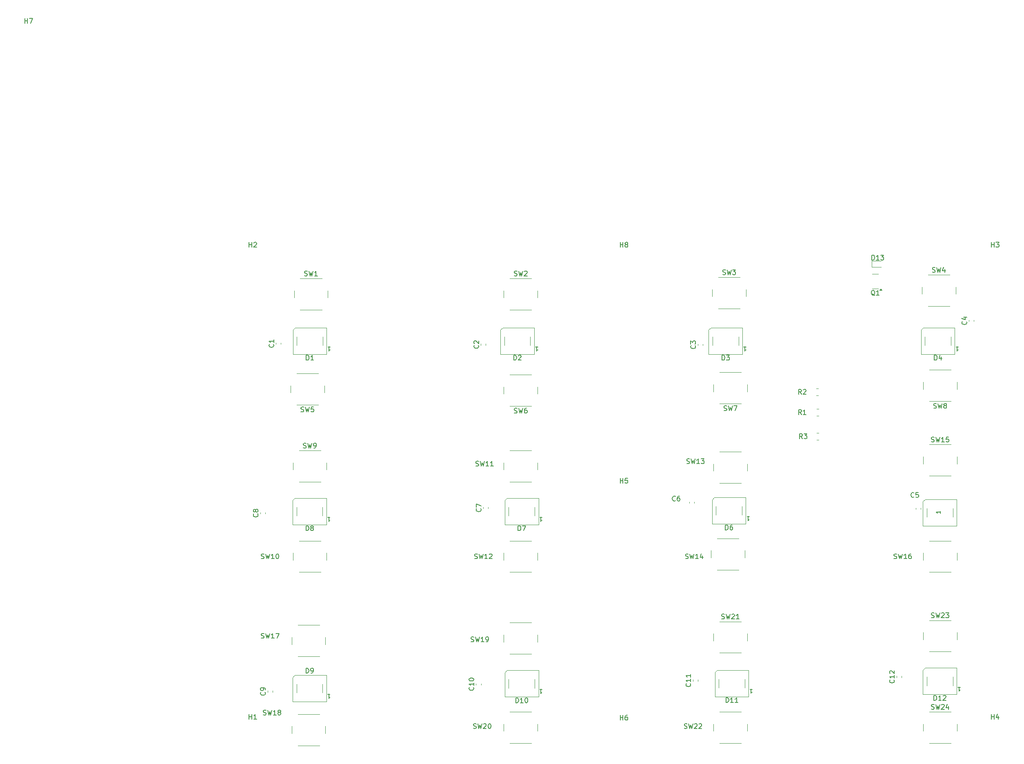
<source format=gbr>
%TF.GenerationSoftware,KiCad,Pcbnew,9.0.3-9.0.3-0~ubuntu24.04.1*%
%TF.CreationDate,2025-09-29T22:24:15+02:00*%
%TF.ProjectId,ColorMemo,436f6c6f-724d-4656-9d6f-2e6b69636164,rev?*%
%TF.SameCoordinates,Original*%
%TF.FileFunction,Legend,Top*%
%TF.FilePolarity,Positive*%
%FSLAX46Y46*%
G04 Gerber Fmt 4.6, Leading zero omitted, Abs format (unit mm)*
G04 Created by KiCad (PCBNEW 9.0.3-9.0.3-0~ubuntu24.04.1) date 2025-09-29 22:24:15*
%MOMM*%
%LPD*%
G01*
G04 APERTURE LIST*
%ADD10C,0.150000*%
%ADD11C,0.120000*%
G04 APERTURE END LIST*
D10*
X104585714Y-140904819D02*
X104585714Y-139904819D01*
X104585714Y-139904819D02*
X104823809Y-139904819D01*
X104823809Y-139904819D02*
X104966666Y-139952438D01*
X104966666Y-139952438D02*
X105061904Y-140047676D01*
X105061904Y-140047676D02*
X105109523Y-140142914D01*
X105109523Y-140142914D02*
X105157142Y-140333390D01*
X105157142Y-140333390D02*
X105157142Y-140476247D01*
X105157142Y-140476247D02*
X105109523Y-140666723D01*
X105109523Y-140666723D02*
X105061904Y-140761961D01*
X105061904Y-140761961D02*
X104966666Y-140857200D01*
X104966666Y-140857200D02*
X104823809Y-140904819D01*
X104823809Y-140904819D02*
X104585714Y-140904819D01*
X106109523Y-140904819D02*
X105538095Y-140904819D01*
X105823809Y-140904819D02*
X105823809Y-139904819D01*
X105823809Y-139904819D02*
X105728571Y-140047676D01*
X105728571Y-140047676D02*
X105633333Y-140142914D01*
X105633333Y-140142914D02*
X105538095Y-140190533D01*
X106728571Y-139904819D02*
X106823809Y-139904819D01*
X106823809Y-139904819D02*
X106919047Y-139952438D01*
X106919047Y-139952438D02*
X106966666Y-140000057D01*
X106966666Y-140000057D02*
X107014285Y-140095295D01*
X107014285Y-140095295D02*
X107061904Y-140285771D01*
X107061904Y-140285771D02*
X107061904Y-140523866D01*
X107061904Y-140523866D02*
X107014285Y-140714342D01*
X107014285Y-140714342D02*
X106966666Y-140809580D01*
X106966666Y-140809580D02*
X106919047Y-140857200D01*
X106919047Y-140857200D02*
X106823809Y-140904819D01*
X106823809Y-140904819D02*
X106728571Y-140904819D01*
X106728571Y-140904819D02*
X106633333Y-140857200D01*
X106633333Y-140857200D02*
X106585714Y-140809580D01*
X106585714Y-140809580D02*
X106538095Y-140714342D01*
X106538095Y-140714342D02*
X106490476Y-140523866D01*
X106490476Y-140523866D02*
X106490476Y-140285771D01*
X106490476Y-140285771D02*
X106538095Y-140095295D01*
X106538095Y-140095295D02*
X106585714Y-140000057D01*
X106585714Y-140000057D02*
X106633333Y-139952438D01*
X106633333Y-139952438D02*
X106728571Y-139904819D01*
X109571428Y-138187704D02*
X110028571Y-138187704D01*
X109799999Y-138187704D02*
X109799999Y-138987704D01*
X109799999Y-138987704D02*
X109876190Y-138873419D01*
X109876190Y-138873419D02*
X109952380Y-138797228D01*
X109952380Y-138797228D02*
X110028571Y-138759133D01*
X105061905Y-105154819D02*
X105061905Y-104154819D01*
X105061905Y-104154819D02*
X105300000Y-104154819D01*
X105300000Y-104154819D02*
X105442857Y-104202438D01*
X105442857Y-104202438D02*
X105538095Y-104297676D01*
X105538095Y-104297676D02*
X105585714Y-104392914D01*
X105585714Y-104392914D02*
X105633333Y-104583390D01*
X105633333Y-104583390D02*
X105633333Y-104726247D01*
X105633333Y-104726247D02*
X105585714Y-104916723D01*
X105585714Y-104916723D02*
X105538095Y-105011961D01*
X105538095Y-105011961D02*
X105442857Y-105107200D01*
X105442857Y-105107200D02*
X105300000Y-105154819D01*
X105300000Y-105154819D02*
X105061905Y-105154819D01*
X105966667Y-104154819D02*
X106633333Y-104154819D01*
X106633333Y-104154819D02*
X106204762Y-105154819D01*
X109571428Y-102437704D02*
X110028571Y-102437704D01*
X109799999Y-102437704D02*
X109799999Y-103237704D01*
X109799999Y-103237704D02*
X109876190Y-103123419D01*
X109876190Y-103123419D02*
X109952380Y-103047228D01*
X109952380Y-103047228D02*
X110028571Y-103009133D01*
X183040476Y-110957200D02*
X183183333Y-111004819D01*
X183183333Y-111004819D02*
X183421428Y-111004819D01*
X183421428Y-111004819D02*
X183516666Y-110957200D01*
X183516666Y-110957200D02*
X183564285Y-110909580D01*
X183564285Y-110909580D02*
X183611904Y-110814342D01*
X183611904Y-110814342D02*
X183611904Y-110719104D01*
X183611904Y-110719104D02*
X183564285Y-110623866D01*
X183564285Y-110623866D02*
X183516666Y-110576247D01*
X183516666Y-110576247D02*
X183421428Y-110528628D01*
X183421428Y-110528628D02*
X183230952Y-110481009D01*
X183230952Y-110481009D02*
X183135714Y-110433390D01*
X183135714Y-110433390D02*
X183088095Y-110385771D01*
X183088095Y-110385771D02*
X183040476Y-110290533D01*
X183040476Y-110290533D02*
X183040476Y-110195295D01*
X183040476Y-110195295D02*
X183088095Y-110100057D01*
X183088095Y-110100057D02*
X183135714Y-110052438D01*
X183135714Y-110052438D02*
X183230952Y-110004819D01*
X183230952Y-110004819D02*
X183469047Y-110004819D01*
X183469047Y-110004819D02*
X183611904Y-110052438D01*
X183945238Y-110004819D02*
X184183333Y-111004819D01*
X184183333Y-111004819D02*
X184373809Y-110290533D01*
X184373809Y-110290533D02*
X184564285Y-111004819D01*
X184564285Y-111004819D02*
X184802381Y-110004819D01*
X185707142Y-111004819D02*
X185135714Y-111004819D01*
X185421428Y-111004819D02*
X185421428Y-110004819D01*
X185421428Y-110004819D02*
X185326190Y-110147676D01*
X185326190Y-110147676D02*
X185230952Y-110242914D01*
X185230952Y-110242914D02*
X185135714Y-110290533D01*
X186564285Y-110004819D02*
X186373809Y-110004819D01*
X186373809Y-110004819D02*
X186278571Y-110052438D01*
X186278571Y-110052438D02*
X186230952Y-110100057D01*
X186230952Y-110100057D02*
X186135714Y-110242914D01*
X186135714Y-110242914D02*
X186088095Y-110433390D01*
X186088095Y-110433390D02*
X186088095Y-110814342D01*
X186088095Y-110814342D02*
X186135714Y-110909580D01*
X186135714Y-110909580D02*
X186183333Y-110957200D01*
X186183333Y-110957200D02*
X186278571Y-111004819D01*
X186278571Y-111004819D02*
X186469047Y-111004819D01*
X186469047Y-111004819D02*
X186564285Y-110957200D01*
X186564285Y-110957200D02*
X186611904Y-110909580D01*
X186611904Y-110909580D02*
X186659523Y-110814342D01*
X186659523Y-110814342D02*
X186659523Y-110576247D01*
X186659523Y-110576247D02*
X186611904Y-110481009D01*
X186611904Y-110481009D02*
X186564285Y-110433390D01*
X186564285Y-110433390D02*
X186469047Y-110385771D01*
X186469047Y-110385771D02*
X186278571Y-110385771D01*
X186278571Y-110385771D02*
X186183333Y-110433390D01*
X186183333Y-110433390D02*
X186135714Y-110481009D01*
X186135714Y-110481009D02*
X186088095Y-110576247D01*
X137683333Y-98909580D02*
X137635714Y-98957200D01*
X137635714Y-98957200D02*
X137492857Y-99004819D01*
X137492857Y-99004819D02*
X137397619Y-99004819D01*
X137397619Y-99004819D02*
X137254762Y-98957200D01*
X137254762Y-98957200D02*
X137159524Y-98861961D01*
X137159524Y-98861961D02*
X137111905Y-98766723D01*
X137111905Y-98766723D02*
X137064286Y-98576247D01*
X137064286Y-98576247D02*
X137064286Y-98433390D01*
X137064286Y-98433390D02*
X137111905Y-98242914D01*
X137111905Y-98242914D02*
X137159524Y-98147676D01*
X137159524Y-98147676D02*
X137254762Y-98052438D01*
X137254762Y-98052438D02*
X137397619Y-98004819D01*
X137397619Y-98004819D02*
X137492857Y-98004819D01*
X137492857Y-98004819D02*
X137635714Y-98052438D01*
X137635714Y-98052438D02*
X137683333Y-98100057D01*
X138540476Y-98004819D02*
X138350000Y-98004819D01*
X138350000Y-98004819D02*
X138254762Y-98052438D01*
X138254762Y-98052438D02*
X138207143Y-98100057D01*
X138207143Y-98100057D02*
X138111905Y-98242914D01*
X138111905Y-98242914D02*
X138064286Y-98433390D01*
X138064286Y-98433390D02*
X138064286Y-98814342D01*
X138064286Y-98814342D02*
X138111905Y-98909580D01*
X138111905Y-98909580D02*
X138159524Y-98957200D01*
X138159524Y-98957200D02*
X138254762Y-99004819D01*
X138254762Y-99004819D02*
X138445238Y-99004819D01*
X138445238Y-99004819D02*
X138540476Y-98957200D01*
X138540476Y-98957200D02*
X138588095Y-98909580D01*
X138588095Y-98909580D02*
X138635714Y-98814342D01*
X138635714Y-98814342D02*
X138635714Y-98576247D01*
X138635714Y-98576247D02*
X138588095Y-98481009D01*
X138588095Y-98481009D02*
X138540476Y-98433390D01*
X138540476Y-98433390D02*
X138445238Y-98385771D01*
X138445238Y-98385771D02*
X138254762Y-98385771D01*
X138254762Y-98385771D02*
X138159524Y-98433390D01*
X138159524Y-98433390D02*
X138111905Y-98481009D01*
X138111905Y-98481009D02*
X138064286Y-98576247D01*
X61111905Y-69754819D02*
X61111905Y-68754819D01*
X61111905Y-68754819D02*
X61350000Y-68754819D01*
X61350000Y-68754819D02*
X61492857Y-68802438D01*
X61492857Y-68802438D02*
X61588095Y-68897676D01*
X61588095Y-68897676D02*
X61635714Y-68992914D01*
X61635714Y-68992914D02*
X61683333Y-69183390D01*
X61683333Y-69183390D02*
X61683333Y-69326247D01*
X61683333Y-69326247D02*
X61635714Y-69516723D01*
X61635714Y-69516723D02*
X61588095Y-69611961D01*
X61588095Y-69611961D02*
X61492857Y-69707200D01*
X61492857Y-69707200D02*
X61350000Y-69754819D01*
X61350000Y-69754819D02*
X61111905Y-69754819D01*
X62635714Y-69754819D02*
X62064286Y-69754819D01*
X62350000Y-69754819D02*
X62350000Y-68754819D01*
X62350000Y-68754819D02*
X62254762Y-68897676D01*
X62254762Y-68897676D02*
X62159524Y-68992914D01*
X62159524Y-68992914D02*
X62064286Y-69040533D01*
X65621428Y-67037704D02*
X66078571Y-67037704D01*
X65849999Y-67037704D02*
X65849999Y-67837704D01*
X65849999Y-67837704D02*
X65926190Y-67723419D01*
X65926190Y-67723419D02*
X66002380Y-67647228D01*
X66002380Y-67647228D02*
X66078571Y-67609133D01*
X187183333Y-98159580D02*
X187135714Y-98207200D01*
X187135714Y-98207200D02*
X186992857Y-98254819D01*
X186992857Y-98254819D02*
X186897619Y-98254819D01*
X186897619Y-98254819D02*
X186754762Y-98207200D01*
X186754762Y-98207200D02*
X186659524Y-98111961D01*
X186659524Y-98111961D02*
X186611905Y-98016723D01*
X186611905Y-98016723D02*
X186564286Y-97826247D01*
X186564286Y-97826247D02*
X186564286Y-97683390D01*
X186564286Y-97683390D02*
X186611905Y-97492914D01*
X186611905Y-97492914D02*
X186659524Y-97397676D01*
X186659524Y-97397676D02*
X186754762Y-97302438D01*
X186754762Y-97302438D02*
X186897619Y-97254819D01*
X186897619Y-97254819D02*
X186992857Y-97254819D01*
X186992857Y-97254819D02*
X187135714Y-97302438D01*
X187135714Y-97302438D02*
X187183333Y-97350057D01*
X188088095Y-97254819D02*
X187611905Y-97254819D01*
X187611905Y-97254819D02*
X187564286Y-97731009D01*
X187564286Y-97731009D02*
X187611905Y-97683390D01*
X187611905Y-97683390D02*
X187707143Y-97635771D01*
X187707143Y-97635771D02*
X187945238Y-97635771D01*
X187945238Y-97635771D02*
X188040476Y-97683390D01*
X188040476Y-97683390D02*
X188088095Y-97731009D01*
X188088095Y-97731009D02*
X188135714Y-97826247D01*
X188135714Y-97826247D02*
X188135714Y-98064342D01*
X188135714Y-98064342D02*
X188088095Y-98159580D01*
X188088095Y-98159580D02*
X188040476Y-98207200D01*
X188040476Y-98207200D02*
X187945238Y-98254819D01*
X187945238Y-98254819D02*
X187707143Y-98254819D01*
X187707143Y-98254819D02*
X187611905Y-98207200D01*
X187611905Y-98207200D02*
X187564286Y-98159580D01*
X203238095Y-144304819D02*
X203238095Y-143304819D01*
X203238095Y-143781009D02*
X203809523Y-143781009D01*
X203809523Y-144304819D02*
X203809523Y-143304819D01*
X204714285Y-143638152D02*
X204714285Y-144304819D01*
X204476190Y-143257200D02*
X204238095Y-143971485D01*
X204238095Y-143971485D02*
X204857142Y-143971485D01*
X51790476Y-127457200D02*
X51933333Y-127504819D01*
X51933333Y-127504819D02*
X52171428Y-127504819D01*
X52171428Y-127504819D02*
X52266666Y-127457200D01*
X52266666Y-127457200D02*
X52314285Y-127409580D01*
X52314285Y-127409580D02*
X52361904Y-127314342D01*
X52361904Y-127314342D02*
X52361904Y-127219104D01*
X52361904Y-127219104D02*
X52314285Y-127123866D01*
X52314285Y-127123866D02*
X52266666Y-127076247D01*
X52266666Y-127076247D02*
X52171428Y-127028628D01*
X52171428Y-127028628D02*
X51980952Y-126981009D01*
X51980952Y-126981009D02*
X51885714Y-126933390D01*
X51885714Y-126933390D02*
X51838095Y-126885771D01*
X51838095Y-126885771D02*
X51790476Y-126790533D01*
X51790476Y-126790533D02*
X51790476Y-126695295D01*
X51790476Y-126695295D02*
X51838095Y-126600057D01*
X51838095Y-126600057D02*
X51885714Y-126552438D01*
X51885714Y-126552438D02*
X51980952Y-126504819D01*
X51980952Y-126504819D02*
X52219047Y-126504819D01*
X52219047Y-126504819D02*
X52361904Y-126552438D01*
X52695238Y-126504819D02*
X52933333Y-127504819D01*
X52933333Y-127504819D02*
X53123809Y-126790533D01*
X53123809Y-126790533D02*
X53314285Y-127504819D01*
X53314285Y-127504819D02*
X53552381Y-126504819D01*
X54457142Y-127504819D02*
X53885714Y-127504819D01*
X54171428Y-127504819D02*
X54171428Y-126504819D01*
X54171428Y-126504819D02*
X54076190Y-126647676D01*
X54076190Y-126647676D02*
X53980952Y-126742914D01*
X53980952Y-126742914D02*
X53885714Y-126790533D01*
X54790476Y-126504819D02*
X55457142Y-126504819D01*
X55457142Y-126504819D02*
X55028571Y-127504819D01*
X2713095Y220180D02*
X2713095Y1220180D01*
X2713095Y743990D02*
X3284523Y743990D01*
X3284523Y220180D02*
X3284523Y1220180D01*
X3665476Y1220180D02*
X4332142Y1220180D01*
X4332142Y1220180D02*
X3903571Y220180D01*
X198029580Y-61741666D02*
X198077200Y-61789285D01*
X198077200Y-61789285D02*
X198124819Y-61932142D01*
X198124819Y-61932142D02*
X198124819Y-62027380D01*
X198124819Y-62027380D02*
X198077200Y-62170237D01*
X198077200Y-62170237D02*
X197981961Y-62265475D01*
X197981961Y-62265475D02*
X197886723Y-62313094D01*
X197886723Y-62313094D02*
X197696247Y-62360713D01*
X197696247Y-62360713D02*
X197553390Y-62360713D01*
X197553390Y-62360713D02*
X197362914Y-62313094D01*
X197362914Y-62313094D02*
X197267676Y-62265475D01*
X197267676Y-62265475D02*
X197172438Y-62170237D01*
X197172438Y-62170237D02*
X197124819Y-62027380D01*
X197124819Y-62027380D02*
X197124819Y-61932142D01*
X197124819Y-61932142D02*
X197172438Y-61789285D01*
X197172438Y-61789285D02*
X197220057Y-61741666D01*
X197458152Y-60884523D02*
X198124819Y-60884523D01*
X197077200Y-61122618D02*
X197791485Y-61360713D01*
X197791485Y-61360713D02*
X197791485Y-60741666D01*
X61061905Y-134754819D02*
X61061905Y-133754819D01*
X61061905Y-133754819D02*
X61300000Y-133754819D01*
X61300000Y-133754819D02*
X61442857Y-133802438D01*
X61442857Y-133802438D02*
X61538095Y-133897676D01*
X61538095Y-133897676D02*
X61585714Y-133992914D01*
X61585714Y-133992914D02*
X61633333Y-134183390D01*
X61633333Y-134183390D02*
X61633333Y-134326247D01*
X61633333Y-134326247D02*
X61585714Y-134516723D01*
X61585714Y-134516723D02*
X61538095Y-134611961D01*
X61538095Y-134611961D02*
X61442857Y-134707200D01*
X61442857Y-134707200D02*
X61300000Y-134754819D01*
X61300000Y-134754819D02*
X61061905Y-134754819D01*
X62109524Y-134754819D02*
X62300000Y-134754819D01*
X62300000Y-134754819D02*
X62395238Y-134707200D01*
X62395238Y-134707200D02*
X62442857Y-134659580D01*
X62442857Y-134659580D02*
X62538095Y-134516723D01*
X62538095Y-134516723D02*
X62585714Y-134326247D01*
X62585714Y-134326247D02*
X62585714Y-133945295D01*
X62585714Y-133945295D02*
X62538095Y-133850057D01*
X62538095Y-133850057D02*
X62490476Y-133802438D01*
X62490476Y-133802438D02*
X62395238Y-133754819D01*
X62395238Y-133754819D02*
X62204762Y-133754819D01*
X62204762Y-133754819D02*
X62109524Y-133802438D01*
X62109524Y-133802438D02*
X62061905Y-133850057D01*
X62061905Y-133850057D02*
X62014286Y-133945295D01*
X62014286Y-133945295D02*
X62014286Y-134183390D01*
X62014286Y-134183390D02*
X62061905Y-134278628D01*
X62061905Y-134278628D02*
X62109524Y-134326247D01*
X62109524Y-134326247D02*
X62204762Y-134373866D01*
X62204762Y-134373866D02*
X62395238Y-134373866D01*
X62395238Y-134373866D02*
X62490476Y-134326247D01*
X62490476Y-134326247D02*
X62538095Y-134278628D01*
X62538095Y-134278628D02*
X62585714Y-134183390D01*
X65571428Y-139187704D02*
X66028571Y-139187704D01*
X65799999Y-139187704D02*
X65799999Y-139987704D01*
X65799999Y-139987704D02*
X65876190Y-139873419D01*
X65876190Y-139873419D02*
X65952380Y-139797228D01*
X65952380Y-139797228D02*
X66028571Y-139759133D01*
X96290476Y-91707200D02*
X96433333Y-91754819D01*
X96433333Y-91754819D02*
X96671428Y-91754819D01*
X96671428Y-91754819D02*
X96766666Y-91707200D01*
X96766666Y-91707200D02*
X96814285Y-91659580D01*
X96814285Y-91659580D02*
X96861904Y-91564342D01*
X96861904Y-91564342D02*
X96861904Y-91469104D01*
X96861904Y-91469104D02*
X96814285Y-91373866D01*
X96814285Y-91373866D02*
X96766666Y-91326247D01*
X96766666Y-91326247D02*
X96671428Y-91278628D01*
X96671428Y-91278628D02*
X96480952Y-91231009D01*
X96480952Y-91231009D02*
X96385714Y-91183390D01*
X96385714Y-91183390D02*
X96338095Y-91135771D01*
X96338095Y-91135771D02*
X96290476Y-91040533D01*
X96290476Y-91040533D02*
X96290476Y-90945295D01*
X96290476Y-90945295D02*
X96338095Y-90850057D01*
X96338095Y-90850057D02*
X96385714Y-90802438D01*
X96385714Y-90802438D02*
X96480952Y-90754819D01*
X96480952Y-90754819D02*
X96719047Y-90754819D01*
X96719047Y-90754819D02*
X96861904Y-90802438D01*
X97195238Y-90754819D02*
X97433333Y-91754819D01*
X97433333Y-91754819D02*
X97623809Y-91040533D01*
X97623809Y-91040533D02*
X97814285Y-91754819D01*
X97814285Y-91754819D02*
X98052381Y-90754819D01*
X98957142Y-91754819D02*
X98385714Y-91754819D01*
X98671428Y-91754819D02*
X98671428Y-90754819D01*
X98671428Y-90754819D02*
X98576190Y-90897676D01*
X98576190Y-90897676D02*
X98480952Y-90992914D01*
X98480952Y-90992914D02*
X98385714Y-91040533D01*
X99909523Y-91754819D02*
X99338095Y-91754819D01*
X99623809Y-91754819D02*
X99623809Y-90754819D01*
X99623809Y-90754819D02*
X99528571Y-90897676D01*
X99528571Y-90897676D02*
X99433333Y-90992914D01*
X99433333Y-90992914D02*
X99338095Y-91040533D01*
X163833333Y-76854819D02*
X163500000Y-76378628D01*
X163261905Y-76854819D02*
X163261905Y-75854819D01*
X163261905Y-75854819D02*
X163642857Y-75854819D01*
X163642857Y-75854819D02*
X163738095Y-75902438D01*
X163738095Y-75902438D02*
X163785714Y-75950057D01*
X163785714Y-75950057D02*
X163833333Y-76045295D01*
X163833333Y-76045295D02*
X163833333Y-76188152D01*
X163833333Y-76188152D02*
X163785714Y-76283390D01*
X163785714Y-76283390D02*
X163738095Y-76331009D01*
X163738095Y-76331009D02*
X163642857Y-76378628D01*
X163642857Y-76378628D02*
X163261905Y-76378628D01*
X164214286Y-75950057D02*
X164261905Y-75902438D01*
X164261905Y-75902438D02*
X164357143Y-75854819D01*
X164357143Y-75854819D02*
X164595238Y-75854819D01*
X164595238Y-75854819D02*
X164690476Y-75902438D01*
X164690476Y-75902438D02*
X164738095Y-75950057D01*
X164738095Y-75950057D02*
X164785714Y-76045295D01*
X164785714Y-76045295D02*
X164785714Y-76140533D01*
X164785714Y-76140533D02*
X164738095Y-76283390D01*
X164738095Y-76283390D02*
X164166667Y-76854819D01*
X164166667Y-76854819D02*
X164785714Y-76854819D01*
X179054761Y-56350057D02*
X178959523Y-56302438D01*
X178959523Y-56302438D02*
X178864285Y-56207200D01*
X178864285Y-56207200D02*
X178721428Y-56064342D01*
X178721428Y-56064342D02*
X178626190Y-56016723D01*
X178626190Y-56016723D02*
X178530952Y-56016723D01*
X178578571Y-56254819D02*
X178483333Y-56207200D01*
X178483333Y-56207200D02*
X178388095Y-56111961D01*
X178388095Y-56111961D02*
X178340476Y-55921485D01*
X178340476Y-55921485D02*
X178340476Y-55588152D01*
X178340476Y-55588152D02*
X178388095Y-55397676D01*
X178388095Y-55397676D02*
X178483333Y-55302438D01*
X178483333Y-55302438D02*
X178578571Y-55254819D01*
X178578571Y-55254819D02*
X178769047Y-55254819D01*
X178769047Y-55254819D02*
X178864285Y-55302438D01*
X178864285Y-55302438D02*
X178959523Y-55397676D01*
X178959523Y-55397676D02*
X179007142Y-55588152D01*
X179007142Y-55588152D02*
X179007142Y-55921485D01*
X179007142Y-55921485D02*
X178959523Y-56111961D01*
X178959523Y-56111961D02*
X178864285Y-56207200D01*
X178864285Y-56207200D02*
X178769047Y-56254819D01*
X178769047Y-56254819D02*
X178578571Y-56254819D01*
X179959523Y-56254819D02*
X179388095Y-56254819D01*
X179673809Y-56254819D02*
X179673809Y-55254819D01*
X179673809Y-55254819D02*
X179578571Y-55397676D01*
X179578571Y-55397676D02*
X179483333Y-55492914D01*
X179483333Y-55492914D02*
X179388095Y-55540533D01*
X96040476Y-110957200D02*
X96183333Y-111004819D01*
X96183333Y-111004819D02*
X96421428Y-111004819D01*
X96421428Y-111004819D02*
X96516666Y-110957200D01*
X96516666Y-110957200D02*
X96564285Y-110909580D01*
X96564285Y-110909580D02*
X96611904Y-110814342D01*
X96611904Y-110814342D02*
X96611904Y-110719104D01*
X96611904Y-110719104D02*
X96564285Y-110623866D01*
X96564285Y-110623866D02*
X96516666Y-110576247D01*
X96516666Y-110576247D02*
X96421428Y-110528628D01*
X96421428Y-110528628D02*
X96230952Y-110481009D01*
X96230952Y-110481009D02*
X96135714Y-110433390D01*
X96135714Y-110433390D02*
X96088095Y-110385771D01*
X96088095Y-110385771D02*
X96040476Y-110290533D01*
X96040476Y-110290533D02*
X96040476Y-110195295D01*
X96040476Y-110195295D02*
X96088095Y-110100057D01*
X96088095Y-110100057D02*
X96135714Y-110052438D01*
X96135714Y-110052438D02*
X96230952Y-110004819D01*
X96230952Y-110004819D02*
X96469047Y-110004819D01*
X96469047Y-110004819D02*
X96611904Y-110052438D01*
X96945238Y-110004819D02*
X97183333Y-111004819D01*
X97183333Y-111004819D02*
X97373809Y-110290533D01*
X97373809Y-110290533D02*
X97564285Y-111004819D01*
X97564285Y-111004819D02*
X97802381Y-110004819D01*
X98707142Y-111004819D02*
X98135714Y-111004819D01*
X98421428Y-111004819D02*
X98421428Y-110004819D01*
X98421428Y-110004819D02*
X98326190Y-110147676D01*
X98326190Y-110147676D02*
X98230952Y-110242914D01*
X98230952Y-110242914D02*
X98135714Y-110290533D01*
X99088095Y-110100057D02*
X99135714Y-110052438D01*
X99135714Y-110052438D02*
X99230952Y-110004819D01*
X99230952Y-110004819D02*
X99469047Y-110004819D01*
X99469047Y-110004819D02*
X99564285Y-110052438D01*
X99564285Y-110052438D02*
X99611904Y-110100057D01*
X99611904Y-110100057D02*
X99659523Y-110195295D01*
X99659523Y-110195295D02*
X99659523Y-110290533D01*
X99659523Y-110290533D02*
X99611904Y-110433390D01*
X99611904Y-110433390D02*
X99040476Y-111004819D01*
X99040476Y-111004819D02*
X99659523Y-111004819D01*
X191335714Y-140404819D02*
X191335714Y-139404819D01*
X191335714Y-139404819D02*
X191573809Y-139404819D01*
X191573809Y-139404819D02*
X191716666Y-139452438D01*
X191716666Y-139452438D02*
X191811904Y-139547676D01*
X191811904Y-139547676D02*
X191859523Y-139642914D01*
X191859523Y-139642914D02*
X191907142Y-139833390D01*
X191907142Y-139833390D02*
X191907142Y-139976247D01*
X191907142Y-139976247D02*
X191859523Y-140166723D01*
X191859523Y-140166723D02*
X191811904Y-140261961D01*
X191811904Y-140261961D02*
X191716666Y-140357200D01*
X191716666Y-140357200D02*
X191573809Y-140404819D01*
X191573809Y-140404819D02*
X191335714Y-140404819D01*
X192859523Y-140404819D02*
X192288095Y-140404819D01*
X192573809Y-140404819D02*
X192573809Y-139404819D01*
X192573809Y-139404819D02*
X192478571Y-139547676D01*
X192478571Y-139547676D02*
X192383333Y-139642914D01*
X192383333Y-139642914D02*
X192288095Y-139690533D01*
X193240476Y-139500057D02*
X193288095Y-139452438D01*
X193288095Y-139452438D02*
X193383333Y-139404819D01*
X193383333Y-139404819D02*
X193621428Y-139404819D01*
X193621428Y-139404819D02*
X193716666Y-139452438D01*
X193716666Y-139452438D02*
X193764285Y-139500057D01*
X193764285Y-139500057D02*
X193811904Y-139595295D01*
X193811904Y-139595295D02*
X193811904Y-139690533D01*
X193811904Y-139690533D02*
X193764285Y-139833390D01*
X193764285Y-139833390D02*
X193192857Y-140404819D01*
X193192857Y-140404819D02*
X193811904Y-140404819D01*
X196321428Y-137687704D02*
X196778571Y-137687704D01*
X196549999Y-137687704D02*
X196549999Y-138487704D01*
X196549999Y-138487704D02*
X196626190Y-138373419D01*
X196626190Y-138373419D02*
X196702380Y-138297228D01*
X196702380Y-138297228D02*
X196778571Y-138259133D01*
X51790476Y-110957200D02*
X51933333Y-111004819D01*
X51933333Y-111004819D02*
X52171428Y-111004819D01*
X52171428Y-111004819D02*
X52266666Y-110957200D01*
X52266666Y-110957200D02*
X52314285Y-110909580D01*
X52314285Y-110909580D02*
X52361904Y-110814342D01*
X52361904Y-110814342D02*
X52361904Y-110719104D01*
X52361904Y-110719104D02*
X52314285Y-110623866D01*
X52314285Y-110623866D02*
X52266666Y-110576247D01*
X52266666Y-110576247D02*
X52171428Y-110528628D01*
X52171428Y-110528628D02*
X51980952Y-110481009D01*
X51980952Y-110481009D02*
X51885714Y-110433390D01*
X51885714Y-110433390D02*
X51838095Y-110385771D01*
X51838095Y-110385771D02*
X51790476Y-110290533D01*
X51790476Y-110290533D02*
X51790476Y-110195295D01*
X51790476Y-110195295D02*
X51838095Y-110100057D01*
X51838095Y-110100057D02*
X51885714Y-110052438D01*
X51885714Y-110052438D02*
X51980952Y-110004819D01*
X51980952Y-110004819D02*
X52219047Y-110004819D01*
X52219047Y-110004819D02*
X52361904Y-110052438D01*
X52695238Y-110004819D02*
X52933333Y-111004819D01*
X52933333Y-111004819D02*
X53123809Y-110290533D01*
X53123809Y-110290533D02*
X53314285Y-111004819D01*
X53314285Y-111004819D02*
X53552381Y-110004819D01*
X54457142Y-111004819D02*
X53885714Y-111004819D01*
X54171428Y-111004819D02*
X54171428Y-110004819D01*
X54171428Y-110004819D02*
X54076190Y-110147676D01*
X54076190Y-110147676D02*
X53980952Y-110242914D01*
X53980952Y-110242914D02*
X53885714Y-110290533D01*
X55076190Y-110004819D02*
X55171428Y-110004819D01*
X55171428Y-110004819D02*
X55266666Y-110052438D01*
X55266666Y-110052438D02*
X55314285Y-110100057D01*
X55314285Y-110100057D02*
X55361904Y-110195295D01*
X55361904Y-110195295D02*
X55409523Y-110385771D01*
X55409523Y-110385771D02*
X55409523Y-110623866D01*
X55409523Y-110623866D02*
X55361904Y-110814342D01*
X55361904Y-110814342D02*
X55314285Y-110909580D01*
X55314285Y-110909580D02*
X55266666Y-110957200D01*
X55266666Y-110957200D02*
X55171428Y-111004819D01*
X55171428Y-111004819D02*
X55076190Y-111004819D01*
X55076190Y-111004819D02*
X54980952Y-110957200D01*
X54980952Y-110957200D02*
X54933333Y-110909580D01*
X54933333Y-110909580D02*
X54885714Y-110814342D01*
X54885714Y-110814342D02*
X54838095Y-110623866D01*
X54838095Y-110623866D02*
X54838095Y-110385771D01*
X54838095Y-110385771D02*
X54885714Y-110195295D01*
X54885714Y-110195295D02*
X54933333Y-110100057D01*
X54933333Y-110100057D02*
X54980952Y-110052438D01*
X54980952Y-110052438D02*
X55076190Y-110004819D01*
X192612295Y-101121428D02*
X192612295Y-101578571D01*
X192612295Y-101349999D02*
X191812295Y-101349999D01*
X191812295Y-101349999D02*
X191926580Y-101426190D01*
X191926580Y-101426190D02*
X192002771Y-101502380D01*
X192002771Y-101502380D02*
X192040866Y-101578571D01*
X147516667Y-51957200D02*
X147659524Y-52004819D01*
X147659524Y-52004819D02*
X147897619Y-52004819D01*
X147897619Y-52004819D02*
X147992857Y-51957200D01*
X147992857Y-51957200D02*
X148040476Y-51909580D01*
X148040476Y-51909580D02*
X148088095Y-51814342D01*
X148088095Y-51814342D02*
X148088095Y-51719104D01*
X148088095Y-51719104D02*
X148040476Y-51623866D01*
X148040476Y-51623866D02*
X147992857Y-51576247D01*
X147992857Y-51576247D02*
X147897619Y-51528628D01*
X147897619Y-51528628D02*
X147707143Y-51481009D01*
X147707143Y-51481009D02*
X147611905Y-51433390D01*
X147611905Y-51433390D02*
X147564286Y-51385771D01*
X147564286Y-51385771D02*
X147516667Y-51290533D01*
X147516667Y-51290533D02*
X147516667Y-51195295D01*
X147516667Y-51195295D02*
X147564286Y-51100057D01*
X147564286Y-51100057D02*
X147611905Y-51052438D01*
X147611905Y-51052438D02*
X147707143Y-51004819D01*
X147707143Y-51004819D02*
X147945238Y-51004819D01*
X147945238Y-51004819D02*
X148088095Y-51052438D01*
X148421429Y-51004819D02*
X148659524Y-52004819D01*
X148659524Y-52004819D02*
X148850000Y-51290533D01*
X148850000Y-51290533D02*
X149040476Y-52004819D01*
X149040476Y-52004819D02*
X149278572Y-51004819D01*
X149564286Y-51004819D02*
X150183333Y-51004819D01*
X150183333Y-51004819D02*
X149850000Y-51385771D01*
X149850000Y-51385771D02*
X149992857Y-51385771D01*
X149992857Y-51385771D02*
X150088095Y-51433390D01*
X150088095Y-51433390D02*
X150135714Y-51481009D01*
X150135714Y-51481009D02*
X150183333Y-51576247D01*
X150183333Y-51576247D02*
X150183333Y-51814342D01*
X150183333Y-51814342D02*
X150135714Y-51909580D01*
X150135714Y-51909580D02*
X150088095Y-51957200D01*
X150088095Y-51957200D02*
X149992857Y-52004819D01*
X149992857Y-52004819D02*
X149707143Y-52004819D01*
X149707143Y-52004819D02*
X149611905Y-51957200D01*
X149611905Y-51957200D02*
X149564286Y-51909580D01*
X190790476Y-86707200D02*
X190933333Y-86754819D01*
X190933333Y-86754819D02*
X191171428Y-86754819D01*
X191171428Y-86754819D02*
X191266666Y-86707200D01*
X191266666Y-86707200D02*
X191314285Y-86659580D01*
X191314285Y-86659580D02*
X191361904Y-86564342D01*
X191361904Y-86564342D02*
X191361904Y-86469104D01*
X191361904Y-86469104D02*
X191314285Y-86373866D01*
X191314285Y-86373866D02*
X191266666Y-86326247D01*
X191266666Y-86326247D02*
X191171428Y-86278628D01*
X191171428Y-86278628D02*
X190980952Y-86231009D01*
X190980952Y-86231009D02*
X190885714Y-86183390D01*
X190885714Y-86183390D02*
X190838095Y-86135771D01*
X190838095Y-86135771D02*
X190790476Y-86040533D01*
X190790476Y-86040533D02*
X190790476Y-85945295D01*
X190790476Y-85945295D02*
X190838095Y-85850057D01*
X190838095Y-85850057D02*
X190885714Y-85802438D01*
X190885714Y-85802438D02*
X190980952Y-85754819D01*
X190980952Y-85754819D02*
X191219047Y-85754819D01*
X191219047Y-85754819D02*
X191361904Y-85802438D01*
X191695238Y-85754819D02*
X191933333Y-86754819D01*
X191933333Y-86754819D02*
X192123809Y-86040533D01*
X192123809Y-86040533D02*
X192314285Y-86754819D01*
X192314285Y-86754819D02*
X192552381Y-85754819D01*
X193457142Y-86754819D02*
X192885714Y-86754819D01*
X193171428Y-86754819D02*
X193171428Y-85754819D01*
X193171428Y-85754819D02*
X193076190Y-85897676D01*
X193076190Y-85897676D02*
X192980952Y-85992914D01*
X192980952Y-85992914D02*
X192885714Y-86040533D01*
X194361904Y-85754819D02*
X193885714Y-85754819D01*
X193885714Y-85754819D02*
X193838095Y-86231009D01*
X193838095Y-86231009D02*
X193885714Y-86183390D01*
X193885714Y-86183390D02*
X193980952Y-86135771D01*
X193980952Y-86135771D02*
X194219047Y-86135771D01*
X194219047Y-86135771D02*
X194314285Y-86183390D01*
X194314285Y-86183390D02*
X194361904Y-86231009D01*
X194361904Y-86231009D02*
X194409523Y-86326247D01*
X194409523Y-86326247D02*
X194409523Y-86564342D01*
X194409523Y-86564342D02*
X194361904Y-86659580D01*
X194361904Y-86659580D02*
X194314285Y-86707200D01*
X194314285Y-86707200D02*
X194219047Y-86754819D01*
X194219047Y-86754819D02*
X193980952Y-86754819D01*
X193980952Y-86754819D02*
X193885714Y-86707200D01*
X193885714Y-86707200D02*
X193838095Y-86659580D01*
X95290476Y-128207200D02*
X95433333Y-128254819D01*
X95433333Y-128254819D02*
X95671428Y-128254819D01*
X95671428Y-128254819D02*
X95766666Y-128207200D01*
X95766666Y-128207200D02*
X95814285Y-128159580D01*
X95814285Y-128159580D02*
X95861904Y-128064342D01*
X95861904Y-128064342D02*
X95861904Y-127969104D01*
X95861904Y-127969104D02*
X95814285Y-127873866D01*
X95814285Y-127873866D02*
X95766666Y-127826247D01*
X95766666Y-127826247D02*
X95671428Y-127778628D01*
X95671428Y-127778628D02*
X95480952Y-127731009D01*
X95480952Y-127731009D02*
X95385714Y-127683390D01*
X95385714Y-127683390D02*
X95338095Y-127635771D01*
X95338095Y-127635771D02*
X95290476Y-127540533D01*
X95290476Y-127540533D02*
X95290476Y-127445295D01*
X95290476Y-127445295D02*
X95338095Y-127350057D01*
X95338095Y-127350057D02*
X95385714Y-127302438D01*
X95385714Y-127302438D02*
X95480952Y-127254819D01*
X95480952Y-127254819D02*
X95719047Y-127254819D01*
X95719047Y-127254819D02*
X95861904Y-127302438D01*
X96195238Y-127254819D02*
X96433333Y-128254819D01*
X96433333Y-128254819D02*
X96623809Y-127540533D01*
X96623809Y-127540533D02*
X96814285Y-128254819D01*
X96814285Y-128254819D02*
X97052381Y-127254819D01*
X97957142Y-128254819D02*
X97385714Y-128254819D01*
X97671428Y-128254819D02*
X97671428Y-127254819D01*
X97671428Y-127254819D02*
X97576190Y-127397676D01*
X97576190Y-127397676D02*
X97480952Y-127492914D01*
X97480952Y-127492914D02*
X97385714Y-127540533D01*
X98433333Y-128254819D02*
X98623809Y-128254819D01*
X98623809Y-128254819D02*
X98719047Y-128207200D01*
X98719047Y-128207200D02*
X98766666Y-128159580D01*
X98766666Y-128159580D02*
X98861904Y-128016723D01*
X98861904Y-128016723D02*
X98909523Y-127826247D01*
X98909523Y-127826247D02*
X98909523Y-127445295D01*
X98909523Y-127445295D02*
X98861904Y-127350057D01*
X98861904Y-127350057D02*
X98814285Y-127302438D01*
X98814285Y-127302438D02*
X98719047Y-127254819D01*
X98719047Y-127254819D02*
X98528571Y-127254819D01*
X98528571Y-127254819D02*
X98433333Y-127302438D01*
X98433333Y-127302438D02*
X98385714Y-127350057D01*
X98385714Y-127350057D02*
X98338095Y-127445295D01*
X98338095Y-127445295D02*
X98338095Y-127683390D01*
X98338095Y-127683390D02*
X98385714Y-127778628D01*
X98385714Y-127778628D02*
X98433333Y-127826247D01*
X98433333Y-127826247D02*
X98528571Y-127873866D01*
X98528571Y-127873866D02*
X98719047Y-127873866D01*
X98719047Y-127873866D02*
X98814285Y-127826247D01*
X98814285Y-127826247D02*
X98861904Y-127778628D01*
X98861904Y-127778628D02*
X98909523Y-127683390D01*
X140040476Y-91207200D02*
X140183333Y-91254819D01*
X140183333Y-91254819D02*
X140421428Y-91254819D01*
X140421428Y-91254819D02*
X140516666Y-91207200D01*
X140516666Y-91207200D02*
X140564285Y-91159580D01*
X140564285Y-91159580D02*
X140611904Y-91064342D01*
X140611904Y-91064342D02*
X140611904Y-90969104D01*
X140611904Y-90969104D02*
X140564285Y-90873866D01*
X140564285Y-90873866D02*
X140516666Y-90826247D01*
X140516666Y-90826247D02*
X140421428Y-90778628D01*
X140421428Y-90778628D02*
X140230952Y-90731009D01*
X140230952Y-90731009D02*
X140135714Y-90683390D01*
X140135714Y-90683390D02*
X140088095Y-90635771D01*
X140088095Y-90635771D02*
X140040476Y-90540533D01*
X140040476Y-90540533D02*
X140040476Y-90445295D01*
X140040476Y-90445295D02*
X140088095Y-90350057D01*
X140088095Y-90350057D02*
X140135714Y-90302438D01*
X140135714Y-90302438D02*
X140230952Y-90254819D01*
X140230952Y-90254819D02*
X140469047Y-90254819D01*
X140469047Y-90254819D02*
X140611904Y-90302438D01*
X140945238Y-90254819D02*
X141183333Y-91254819D01*
X141183333Y-91254819D02*
X141373809Y-90540533D01*
X141373809Y-90540533D02*
X141564285Y-91254819D01*
X141564285Y-91254819D02*
X141802381Y-90254819D01*
X142707142Y-91254819D02*
X142135714Y-91254819D01*
X142421428Y-91254819D02*
X142421428Y-90254819D01*
X142421428Y-90254819D02*
X142326190Y-90397676D01*
X142326190Y-90397676D02*
X142230952Y-90492914D01*
X142230952Y-90492914D02*
X142135714Y-90540533D01*
X143040476Y-90254819D02*
X143659523Y-90254819D01*
X143659523Y-90254819D02*
X143326190Y-90635771D01*
X143326190Y-90635771D02*
X143469047Y-90635771D01*
X143469047Y-90635771D02*
X143564285Y-90683390D01*
X143564285Y-90683390D02*
X143611904Y-90731009D01*
X143611904Y-90731009D02*
X143659523Y-90826247D01*
X143659523Y-90826247D02*
X143659523Y-91064342D01*
X143659523Y-91064342D02*
X143611904Y-91159580D01*
X143611904Y-91159580D02*
X143564285Y-91207200D01*
X143564285Y-91207200D02*
X143469047Y-91254819D01*
X143469047Y-91254819D02*
X143183333Y-91254819D01*
X143183333Y-91254819D02*
X143088095Y-91207200D01*
X143088095Y-91207200D02*
X143040476Y-91159580D01*
X49238095Y-46304819D02*
X49238095Y-45304819D01*
X49238095Y-45781009D02*
X49809523Y-45781009D01*
X49809523Y-46304819D02*
X49809523Y-45304819D01*
X50238095Y-45400057D02*
X50285714Y-45352438D01*
X50285714Y-45352438D02*
X50380952Y-45304819D01*
X50380952Y-45304819D02*
X50619047Y-45304819D01*
X50619047Y-45304819D02*
X50714285Y-45352438D01*
X50714285Y-45352438D02*
X50761904Y-45400057D01*
X50761904Y-45400057D02*
X50809523Y-45495295D01*
X50809523Y-45495295D02*
X50809523Y-45590533D01*
X50809523Y-45590533D02*
X50761904Y-45733390D01*
X50761904Y-45733390D02*
X50190476Y-46304819D01*
X50190476Y-46304819D02*
X50809523Y-46304819D01*
X126238095Y-95304819D02*
X126238095Y-94304819D01*
X126238095Y-94781009D02*
X126809523Y-94781009D01*
X126809523Y-95304819D02*
X126809523Y-94304819D01*
X127761904Y-94304819D02*
X127285714Y-94304819D01*
X127285714Y-94304819D02*
X127238095Y-94781009D01*
X127238095Y-94781009D02*
X127285714Y-94733390D01*
X127285714Y-94733390D02*
X127380952Y-94685771D01*
X127380952Y-94685771D02*
X127619047Y-94685771D01*
X127619047Y-94685771D02*
X127714285Y-94733390D01*
X127714285Y-94733390D02*
X127761904Y-94781009D01*
X127761904Y-94781009D02*
X127809523Y-94876247D01*
X127809523Y-94876247D02*
X127809523Y-95114342D01*
X127809523Y-95114342D02*
X127761904Y-95209580D01*
X127761904Y-95209580D02*
X127714285Y-95257200D01*
X127714285Y-95257200D02*
X127619047Y-95304819D01*
X127619047Y-95304819D02*
X127380952Y-95304819D01*
X127380952Y-95304819D02*
X127285714Y-95257200D01*
X127285714Y-95257200D02*
X127238095Y-95209580D01*
X51029580Y-101691666D02*
X51077200Y-101739285D01*
X51077200Y-101739285D02*
X51124819Y-101882142D01*
X51124819Y-101882142D02*
X51124819Y-101977380D01*
X51124819Y-101977380D02*
X51077200Y-102120237D01*
X51077200Y-102120237D02*
X50981961Y-102215475D01*
X50981961Y-102215475D02*
X50886723Y-102263094D01*
X50886723Y-102263094D02*
X50696247Y-102310713D01*
X50696247Y-102310713D02*
X50553390Y-102310713D01*
X50553390Y-102310713D02*
X50362914Y-102263094D01*
X50362914Y-102263094D02*
X50267676Y-102215475D01*
X50267676Y-102215475D02*
X50172438Y-102120237D01*
X50172438Y-102120237D02*
X50124819Y-101977380D01*
X50124819Y-101977380D02*
X50124819Y-101882142D01*
X50124819Y-101882142D02*
X50172438Y-101739285D01*
X50172438Y-101739285D02*
X50220057Y-101691666D01*
X50553390Y-101120237D02*
X50505771Y-101215475D01*
X50505771Y-101215475D02*
X50458152Y-101263094D01*
X50458152Y-101263094D02*
X50362914Y-101310713D01*
X50362914Y-101310713D02*
X50315295Y-101310713D01*
X50315295Y-101310713D02*
X50220057Y-101263094D01*
X50220057Y-101263094D02*
X50172438Y-101215475D01*
X50172438Y-101215475D02*
X50124819Y-101120237D01*
X50124819Y-101120237D02*
X50124819Y-100929761D01*
X50124819Y-100929761D02*
X50172438Y-100834523D01*
X50172438Y-100834523D02*
X50220057Y-100786904D01*
X50220057Y-100786904D02*
X50315295Y-100739285D01*
X50315295Y-100739285D02*
X50362914Y-100739285D01*
X50362914Y-100739285D02*
X50458152Y-100786904D01*
X50458152Y-100786904D02*
X50505771Y-100834523D01*
X50505771Y-100834523D02*
X50553390Y-100929761D01*
X50553390Y-100929761D02*
X50553390Y-101120237D01*
X50553390Y-101120237D02*
X50601009Y-101215475D01*
X50601009Y-101215475D02*
X50648628Y-101263094D01*
X50648628Y-101263094D02*
X50743866Y-101310713D01*
X50743866Y-101310713D02*
X50934342Y-101310713D01*
X50934342Y-101310713D02*
X51029580Y-101263094D01*
X51029580Y-101263094D02*
X51077200Y-101215475D01*
X51077200Y-101215475D02*
X51124819Y-101120237D01*
X51124819Y-101120237D02*
X51124819Y-100929761D01*
X51124819Y-100929761D02*
X51077200Y-100834523D01*
X51077200Y-100834523D02*
X51029580Y-100786904D01*
X51029580Y-100786904D02*
X50934342Y-100739285D01*
X50934342Y-100739285D02*
X50743866Y-100739285D01*
X50743866Y-100739285D02*
X50648628Y-100786904D01*
X50648628Y-100786904D02*
X50601009Y-100834523D01*
X50601009Y-100834523D02*
X50553390Y-100929761D01*
X141779580Y-66741666D02*
X141827200Y-66789285D01*
X141827200Y-66789285D02*
X141874819Y-66932142D01*
X141874819Y-66932142D02*
X141874819Y-67027380D01*
X141874819Y-67027380D02*
X141827200Y-67170237D01*
X141827200Y-67170237D02*
X141731961Y-67265475D01*
X141731961Y-67265475D02*
X141636723Y-67313094D01*
X141636723Y-67313094D02*
X141446247Y-67360713D01*
X141446247Y-67360713D02*
X141303390Y-67360713D01*
X141303390Y-67360713D02*
X141112914Y-67313094D01*
X141112914Y-67313094D02*
X141017676Y-67265475D01*
X141017676Y-67265475D02*
X140922438Y-67170237D01*
X140922438Y-67170237D02*
X140874819Y-67027380D01*
X140874819Y-67027380D02*
X140874819Y-66932142D01*
X140874819Y-66932142D02*
X140922438Y-66789285D01*
X140922438Y-66789285D02*
X140970057Y-66741666D01*
X140874819Y-66408332D02*
X140874819Y-65789285D01*
X140874819Y-65789285D02*
X141255771Y-66122618D01*
X141255771Y-66122618D02*
X141255771Y-65979761D01*
X141255771Y-65979761D02*
X141303390Y-65884523D01*
X141303390Y-65884523D02*
X141351009Y-65836904D01*
X141351009Y-65836904D02*
X141446247Y-65789285D01*
X141446247Y-65789285D02*
X141684342Y-65789285D01*
X141684342Y-65789285D02*
X141779580Y-65836904D01*
X141779580Y-65836904D02*
X141827200Y-65884523D01*
X141827200Y-65884523D02*
X141874819Y-65979761D01*
X141874819Y-65979761D02*
X141874819Y-66265475D01*
X141874819Y-66265475D02*
X141827200Y-66360713D01*
X141827200Y-66360713D02*
X141779580Y-66408332D01*
X54279580Y-66466666D02*
X54327200Y-66514285D01*
X54327200Y-66514285D02*
X54374819Y-66657142D01*
X54374819Y-66657142D02*
X54374819Y-66752380D01*
X54374819Y-66752380D02*
X54327200Y-66895237D01*
X54327200Y-66895237D02*
X54231961Y-66990475D01*
X54231961Y-66990475D02*
X54136723Y-67038094D01*
X54136723Y-67038094D02*
X53946247Y-67085713D01*
X53946247Y-67085713D02*
X53803390Y-67085713D01*
X53803390Y-67085713D02*
X53612914Y-67038094D01*
X53612914Y-67038094D02*
X53517676Y-66990475D01*
X53517676Y-66990475D02*
X53422438Y-66895237D01*
X53422438Y-66895237D02*
X53374819Y-66752380D01*
X53374819Y-66752380D02*
X53374819Y-66657142D01*
X53374819Y-66657142D02*
X53422438Y-66514285D01*
X53422438Y-66514285D02*
X53470057Y-66466666D01*
X54374819Y-65514285D02*
X54374819Y-66085713D01*
X54374819Y-65799999D02*
X53374819Y-65799999D01*
X53374819Y-65799999D02*
X53517676Y-65895237D01*
X53517676Y-65895237D02*
X53612914Y-65990475D01*
X53612914Y-65990475D02*
X53660533Y-66085713D01*
X126238095Y-144504819D02*
X126238095Y-143504819D01*
X126238095Y-143981009D02*
X126809523Y-143981009D01*
X126809523Y-144504819D02*
X126809523Y-143504819D01*
X127714285Y-143504819D02*
X127523809Y-143504819D01*
X127523809Y-143504819D02*
X127428571Y-143552438D01*
X127428571Y-143552438D02*
X127380952Y-143600057D01*
X127380952Y-143600057D02*
X127285714Y-143742914D01*
X127285714Y-143742914D02*
X127238095Y-143933390D01*
X127238095Y-143933390D02*
X127238095Y-144314342D01*
X127238095Y-144314342D02*
X127285714Y-144409580D01*
X127285714Y-144409580D02*
X127333333Y-144457200D01*
X127333333Y-144457200D02*
X127428571Y-144504819D01*
X127428571Y-144504819D02*
X127619047Y-144504819D01*
X127619047Y-144504819D02*
X127714285Y-144457200D01*
X127714285Y-144457200D02*
X127761904Y-144409580D01*
X127761904Y-144409580D02*
X127809523Y-144314342D01*
X127809523Y-144314342D02*
X127809523Y-144076247D01*
X127809523Y-144076247D02*
X127761904Y-143981009D01*
X127761904Y-143981009D02*
X127714285Y-143933390D01*
X127714285Y-143933390D02*
X127619047Y-143885771D01*
X127619047Y-143885771D02*
X127428571Y-143885771D01*
X127428571Y-143885771D02*
X127333333Y-143933390D01*
X127333333Y-143933390D02*
X127285714Y-143981009D01*
X127285714Y-143981009D02*
X127238095Y-144076247D01*
X126238095Y-46304819D02*
X126238095Y-45304819D01*
X126238095Y-45781009D02*
X126809523Y-45781009D01*
X126809523Y-46304819D02*
X126809523Y-45304819D01*
X127428571Y-45733390D02*
X127333333Y-45685771D01*
X127333333Y-45685771D02*
X127285714Y-45638152D01*
X127285714Y-45638152D02*
X127238095Y-45542914D01*
X127238095Y-45542914D02*
X127238095Y-45495295D01*
X127238095Y-45495295D02*
X127285714Y-45400057D01*
X127285714Y-45400057D02*
X127333333Y-45352438D01*
X127333333Y-45352438D02*
X127428571Y-45304819D01*
X127428571Y-45304819D02*
X127619047Y-45304819D01*
X127619047Y-45304819D02*
X127714285Y-45352438D01*
X127714285Y-45352438D02*
X127761904Y-45400057D01*
X127761904Y-45400057D02*
X127809523Y-45495295D01*
X127809523Y-45495295D02*
X127809523Y-45542914D01*
X127809523Y-45542914D02*
X127761904Y-45638152D01*
X127761904Y-45638152D02*
X127714285Y-45685771D01*
X127714285Y-45685771D02*
X127619047Y-45733390D01*
X127619047Y-45733390D02*
X127428571Y-45733390D01*
X127428571Y-45733390D02*
X127333333Y-45781009D01*
X127333333Y-45781009D02*
X127285714Y-45828628D01*
X127285714Y-45828628D02*
X127238095Y-45923866D01*
X127238095Y-45923866D02*
X127238095Y-46114342D01*
X127238095Y-46114342D02*
X127285714Y-46209580D01*
X127285714Y-46209580D02*
X127333333Y-46257200D01*
X127333333Y-46257200D02*
X127428571Y-46304819D01*
X127428571Y-46304819D02*
X127619047Y-46304819D01*
X127619047Y-46304819D02*
X127714285Y-46257200D01*
X127714285Y-46257200D02*
X127761904Y-46209580D01*
X127761904Y-46209580D02*
X127809523Y-46114342D01*
X127809523Y-46114342D02*
X127809523Y-45923866D01*
X127809523Y-45923866D02*
X127761904Y-45828628D01*
X127761904Y-45828628D02*
X127714285Y-45781009D01*
X127714285Y-45781009D02*
X127619047Y-45733390D01*
X190790476Y-123207200D02*
X190933333Y-123254819D01*
X190933333Y-123254819D02*
X191171428Y-123254819D01*
X191171428Y-123254819D02*
X191266666Y-123207200D01*
X191266666Y-123207200D02*
X191314285Y-123159580D01*
X191314285Y-123159580D02*
X191361904Y-123064342D01*
X191361904Y-123064342D02*
X191361904Y-122969104D01*
X191361904Y-122969104D02*
X191314285Y-122873866D01*
X191314285Y-122873866D02*
X191266666Y-122826247D01*
X191266666Y-122826247D02*
X191171428Y-122778628D01*
X191171428Y-122778628D02*
X190980952Y-122731009D01*
X190980952Y-122731009D02*
X190885714Y-122683390D01*
X190885714Y-122683390D02*
X190838095Y-122635771D01*
X190838095Y-122635771D02*
X190790476Y-122540533D01*
X190790476Y-122540533D02*
X190790476Y-122445295D01*
X190790476Y-122445295D02*
X190838095Y-122350057D01*
X190838095Y-122350057D02*
X190885714Y-122302438D01*
X190885714Y-122302438D02*
X190980952Y-122254819D01*
X190980952Y-122254819D02*
X191219047Y-122254819D01*
X191219047Y-122254819D02*
X191361904Y-122302438D01*
X191695238Y-122254819D02*
X191933333Y-123254819D01*
X191933333Y-123254819D02*
X192123809Y-122540533D01*
X192123809Y-122540533D02*
X192314285Y-123254819D01*
X192314285Y-123254819D02*
X192552381Y-122254819D01*
X192885714Y-122350057D02*
X192933333Y-122302438D01*
X192933333Y-122302438D02*
X193028571Y-122254819D01*
X193028571Y-122254819D02*
X193266666Y-122254819D01*
X193266666Y-122254819D02*
X193361904Y-122302438D01*
X193361904Y-122302438D02*
X193409523Y-122350057D01*
X193409523Y-122350057D02*
X193457142Y-122445295D01*
X193457142Y-122445295D02*
X193457142Y-122540533D01*
X193457142Y-122540533D02*
X193409523Y-122683390D01*
X193409523Y-122683390D02*
X192838095Y-123254819D01*
X192838095Y-123254819D02*
X193457142Y-123254819D01*
X193790476Y-122254819D02*
X194409523Y-122254819D01*
X194409523Y-122254819D02*
X194076190Y-122635771D01*
X194076190Y-122635771D02*
X194219047Y-122635771D01*
X194219047Y-122635771D02*
X194314285Y-122683390D01*
X194314285Y-122683390D02*
X194361904Y-122731009D01*
X194361904Y-122731009D02*
X194409523Y-122826247D01*
X194409523Y-122826247D02*
X194409523Y-123064342D01*
X194409523Y-123064342D02*
X194361904Y-123159580D01*
X194361904Y-123159580D02*
X194314285Y-123207200D01*
X194314285Y-123207200D02*
X194219047Y-123254819D01*
X194219047Y-123254819D02*
X193933333Y-123254819D01*
X193933333Y-123254819D02*
X193838095Y-123207200D01*
X193838095Y-123207200D02*
X193790476Y-123159580D01*
X95790476Y-146207200D02*
X95933333Y-146254819D01*
X95933333Y-146254819D02*
X96171428Y-146254819D01*
X96171428Y-146254819D02*
X96266666Y-146207200D01*
X96266666Y-146207200D02*
X96314285Y-146159580D01*
X96314285Y-146159580D02*
X96361904Y-146064342D01*
X96361904Y-146064342D02*
X96361904Y-145969104D01*
X96361904Y-145969104D02*
X96314285Y-145873866D01*
X96314285Y-145873866D02*
X96266666Y-145826247D01*
X96266666Y-145826247D02*
X96171428Y-145778628D01*
X96171428Y-145778628D02*
X95980952Y-145731009D01*
X95980952Y-145731009D02*
X95885714Y-145683390D01*
X95885714Y-145683390D02*
X95838095Y-145635771D01*
X95838095Y-145635771D02*
X95790476Y-145540533D01*
X95790476Y-145540533D02*
X95790476Y-145445295D01*
X95790476Y-145445295D02*
X95838095Y-145350057D01*
X95838095Y-145350057D02*
X95885714Y-145302438D01*
X95885714Y-145302438D02*
X95980952Y-145254819D01*
X95980952Y-145254819D02*
X96219047Y-145254819D01*
X96219047Y-145254819D02*
X96361904Y-145302438D01*
X96695238Y-145254819D02*
X96933333Y-146254819D01*
X96933333Y-146254819D02*
X97123809Y-145540533D01*
X97123809Y-145540533D02*
X97314285Y-146254819D01*
X97314285Y-146254819D02*
X97552381Y-145254819D01*
X97885714Y-145350057D02*
X97933333Y-145302438D01*
X97933333Y-145302438D02*
X98028571Y-145254819D01*
X98028571Y-145254819D02*
X98266666Y-145254819D01*
X98266666Y-145254819D02*
X98361904Y-145302438D01*
X98361904Y-145302438D02*
X98409523Y-145350057D01*
X98409523Y-145350057D02*
X98457142Y-145445295D01*
X98457142Y-145445295D02*
X98457142Y-145540533D01*
X98457142Y-145540533D02*
X98409523Y-145683390D01*
X98409523Y-145683390D02*
X97838095Y-146254819D01*
X97838095Y-146254819D02*
X98457142Y-146254819D01*
X99076190Y-145254819D02*
X99171428Y-145254819D01*
X99171428Y-145254819D02*
X99266666Y-145302438D01*
X99266666Y-145302438D02*
X99314285Y-145350057D01*
X99314285Y-145350057D02*
X99361904Y-145445295D01*
X99361904Y-145445295D02*
X99409523Y-145635771D01*
X99409523Y-145635771D02*
X99409523Y-145873866D01*
X99409523Y-145873866D02*
X99361904Y-146064342D01*
X99361904Y-146064342D02*
X99314285Y-146159580D01*
X99314285Y-146159580D02*
X99266666Y-146207200D01*
X99266666Y-146207200D02*
X99171428Y-146254819D01*
X99171428Y-146254819D02*
X99076190Y-146254819D01*
X99076190Y-146254819D02*
X98980952Y-146207200D01*
X98980952Y-146207200D02*
X98933333Y-146159580D01*
X98933333Y-146159580D02*
X98885714Y-146064342D01*
X98885714Y-146064342D02*
X98838095Y-145873866D01*
X98838095Y-145873866D02*
X98838095Y-145635771D01*
X98838095Y-145635771D02*
X98885714Y-145445295D01*
X98885714Y-145445295D02*
X98933333Y-145350057D01*
X98933333Y-145350057D02*
X98980952Y-145302438D01*
X98980952Y-145302438D02*
X99076190Y-145254819D01*
X139540476Y-146207200D02*
X139683333Y-146254819D01*
X139683333Y-146254819D02*
X139921428Y-146254819D01*
X139921428Y-146254819D02*
X140016666Y-146207200D01*
X140016666Y-146207200D02*
X140064285Y-146159580D01*
X140064285Y-146159580D02*
X140111904Y-146064342D01*
X140111904Y-146064342D02*
X140111904Y-145969104D01*
X140111904Y-145969104D02*
X140064285Y-145873866D01*
X140064285Y-145873866D02*
X140016666Y-145826247D01*
X140016666Y-145826247D02*
X139921428Y-145778628D01*
X139921428Y-145778628D02*
X139730952Y-145731009D01*
X139730952Y-145731009D02*
X139635714Y-145683390D01*
X139635714Y-145683390D02*
X139588095Y-145635771D01*
X139588095Y-145635771D02*
X139540476Y-145540533D01*
X139540476Y-145540533D02*
X139540476Y-145445295D01*
X139540476Y-145445295D02*
X139588095Y-145350057D01*
X139588095Y-145350057D02*
X139635714Y-145302438D01*
X139635714Y-145302438D02*
X139730952Y-145254819D01*
X139730952Y-145254819D02*
X139969047Y-145254819D01*
X139969047Y-145254819D02*
X140111904Y-145302438D01*
X140445238Y-145254819D02*
X140683333Y-146254819D01*
X140683333Y-146254819D02*
X140873809Y-145540533D01*
X140873809Y-145540533D02*
X141064285Y-146254819D01*
X141064285Y-146254819D02*
X141302381Y-145254819D01*
X141635714Y-145350057D02*
X141683333Y-145302438D01*
X141683333Y-145302438D02*
X141778571Y-145254819D01*
X141778571Y-145254819D02*
X142016666Y-145254819D01*
X142016666Y-145254819D02*
X142111904Y-145302438D01*
X142111904Y-145302438D02*
X142159523Y-145350057D01*
X142159523Y-145350057D02*
X142207142Y-145445295D01*
X142207142Y-145445295D02*
X142207142Y-145540533D01*
X142207142Y-145540533D02*
X142159523Y-145683390D01*
X142159523Y-145683390D02*
X141588095Y-146254819D01*
X141588095Y-146254819D02*
X142207142Y-146254819D01*
X142588095Y-145350057D02*
X142635714Y-145302438D01*
X142635714Y-145302438D02*
X142730952Y-145254819D01*
X142730952Y-145254819D02*
X142969047Y-145254819D01*
X142969047Y-145254819D02*
X143064285Y-145302438D01*
X143064285Y-145302438D02*
X143111904Y-145350057D01*
X143111904Y-145350057D02*
X143159523Y-145445295D01*
X143159523Y-145445295D02*
X143159523Y-145540533D01*
X143159523Y-145540533D02*
X143111904Y-145683390D01*
X143111904Y-145683390D02*
X142540476Y-146254819D01*
X142540476Y-146254819D02*
X143159523Y-146254819D01*
X97279580Y-100591666D02*
X97327200Y-100639285D01*
X97327200Y-100639285D02*
X97374819Y-100782142D01*
X97374819Y-100782142D02*
X97374819Y-100877380D01*
X97374819Y-100877380D02*
X97327200Y-101020237D01*
X97327200Y-101020237D02*
X97231961Y-101115475D01*
X97231961Y-101115475D02*
X97136723Y-101163094D01*
X97136723Y-101163094D02*
X96946247Y-101210713D01*
X96946247Y-101210713D02*
X96803390Y-101210713D01*
X96803390Y-101210713D02*
X96612914Y-101163094D01*
X96612914Y-101163094D02*
X96517676Y-101115475D01*
X96517676Y-101115475D02*
X96422438Y-101020237D01*
X96422438Y-101020237D02*
X96374819Y-100877380D01*
X96374819Y-100877380D02*
X96374819Y-100782142D01*
X96374819Y-100782142D02*
X96422438Y-100639285D01*
X96422438Y-100639285D02*
X96470057Y-100591666D01*
X96374819Y-100258332D02*
X96374819Y-99591666D01*
X96374819Y-99591666D02*
X97374819Y-100020237D01*
X139790476Y-110957200D02*
X139933333Y-111004819D01*
X139933333Y-111004819D02*
X140171428Y-111004819D01*
X140171428Y-111004819D02*
X140266666Y-110957200D01*
X140266666Y-110957200D02*
X140314285Y-110909580D01*
X140314285Y-110909580D02*
X140361904Y-110814342D01*
X140361904Y-110814342D02*
X140361904Y-110719104D01*
X140361904Y-110719104D02*
X140314285Y-110623866D01*
X140314285Y-110623866D02*
X140266666Y-110576247D01*
X140266666Y-110576247D02*
X140171428Y-110528628D01*
X140171428Y-110528628D02*
X139980952Y-110481009D01*
X139980952Y-110481009D02*
X139885714Y-110433390D01*
X139885714Y-110433390D02*
X139838095Y-110385771D01*
X139838095Y-110385771D02*
X139790476Y-110290533D01*
X139790476Y-110290533D02*
X139790476Y-110195295D01*
X139790476Y-110195295D02*
X139838095Y-110100057D01*
X139838095Y-110100057D02*
X139885714Y-110052438D01*
X139885714Y-110052438D02*
X139980952Y-110004819D01*
X139980952Y-110004819D02*
X140219047Y-110004819D01*
X140219047Y-110004819D02*
X140361904Y-110052438D01*
X140695238Y-110004819D02*
X140933333Y-111004819D01*
X140933333Y-111004819D02*
X141123809Y-110290533D01*
X141123809Y-110290533D02*
X141314285Y-111004819D01*
X141314285Y-111004819D02*
X141552381Y-110004819D01*
X142457142Y-111004819D02*
X141885714Y-111004819D01*
X142171428Y-111004819D02*
X142171428Y-110004819D01*
X142171428Y-110004819D02*
X142076190Y-110147676D01*
X142076190Y-110147676D02*
X141980952Y-110242914D01*
X141980952Y-110242914D02*
X141885714Y-110290533D01*
X143314285Y-110338152D02*
X143314285Y-111004819D01*
X143076190Y-109957200D02*
X142838095Y-110671485D01*
X142838095Y-110671485D02*
X143457142Y-110671485D01*
X178435714Y-48954819D02*
X178435714Y-47954819D01*
X178435714Y-47954819D02*
X178673809Y-47954819D01*
X178673809Y-47954819D02*
X178816666Y-48002438D01*
X178816666Y-48002438D02*
X178911904Y-48097676D01*
X178911904Y-48097676D02*
X178959523Y-48192914D01*
X178959523Y-48192914D02*
X179007142Y-48383390D01*
X179007142Y-48383390D02*
X179007142Y-48526247D01*
X179007142Y-48526247D02*
X178959523Y-48716723D01*
X178959523Y-48716723D02*
X178911904Y-48811961D01*
X178911904Y-48811961D02*
X178816666Y-48907200D01*
X178816666Y-48907200D02*
X178673809Y-48954819D01*
X178673809Y-48954819D02*
X178435714Y-48954819D01*
X179959523Y-48954819D02*
X179388095Y-48954819D01*
X179673809Y-48954819D02*
X179673809Y-47954819D01*
X179673809Y-47954819D02*
X179578571Y-48097676D01*
X179578571Y-48097676D02*
X179483333Y-48192914D01*
X179483333Y-48192914D02*
X179388095Y-48240533D01*
X180292857Y-47954819D02*
X180911904Y-47954819D01*
X180911904Y-47954819D02*
X180578571Y-48335771D01*
X180578571Y-48335771D02*
X180721428Y-48335771D01*
X180721428Y-48335771D02*
X180816666Y-48383390D01*
X180816666Y-48383390D02*
X180864285Y-48431009D01*
X180864285Y-48431009D02*
X180911904Y-48526247D01*
X180911904Y-48526247D02*
X180911904Y-48764342D01*
X180911904Y-48764342D02*
X180864285Y-48859580D01*
X180864285Y-48859580D02*
X180816666Y-48907200D01*
X180816666Y-48907200D02*
X180721428Y-48954819D01*
X180721428Y-48954819D02*
X180435714Y-48954819D01*
X180435714Y-48954819D02*
X180340476Y-48907200D01*
X180340476Y-48907200D02*
X180292857Y-48859580D01*
X191016667Y-51457200D02*
X191159524Y-51504819D01*
X191159524Y-51504819D02*
X191397619Y-51504819D01*
X191397619Y-51504819D02*
X191492857Y-51457200D01*
X191492857Y-51457200D02*
X191540476Y-51409580D01*
X191540476Y-51409580D02*
X191588095Y-51314342D01*
X191588095Y-51314342D02*
X191588095Y-51219104D01*
X191588095Y-51219104D02*
X191540476Y-51123866D01*
X191540476Y-51123866D02*
X191492857Y-51076247D01*
X191492857Y-51076247D02*
X191397619Y-51028628D01*
X191397619Y-51028628D02*
X191207143Y-50981009D01*
X191207143Y-50981009D02*
X191111905Y-50933390D01*
X191111905Y-50933390D02*
X191064286Y-50885771D01*
X191064286Y-50885771D02*
X191016667Y-50790533D01*
X191016667Y-50790533D02*
X191016667Y-50695295D01*
X191016667Y-50695295D02*
X191064286Y-50600057D01*
X191064286Y-50600057D02*
X191111905Y-50552438D01*
X191111905Y-50552438D02*
X191207143Y-50504819D01*
X191207143Y-50504819D02*
X191445238Y-50504819D01*
X191445238Y-50504819D02*
X191588095Y-50552438D01*
X191921429Y-50504819D02*
X192159524Y-51504819D01*
X192159524Y-51504819D02*
X192350000Y-50790533D01*
X192350000Y-50790533D02*
X192540476Y-51504819D01*
X192540476Y-51504819D02*
X192778572Y-50504819D01*
X193588095Y-50838152D02*
X193588095Y-51504819D01*
X193350000Y-50457200D02*
X193111905Y-51171485D01*
X193111905Y-51171485D02*
X193730952Y-51171485D01*
X183029580Y-136167857D02*
X183077200Y-136215476D01*
X183077200Y-136215476D02*
X183124819Y-136358333D01*
X183124819Y-136358333D02*
X183124819Y-136453571D01*
X183124819Y-136453571D02*
X183077200Y-136596428D01*
X183077200Y-136596428D02*
X182981961Y-136691666D01*
X182981961Y-136691666D02*
X182886723Y-136739285D01*
X182886723Y-136739285D02*
X182696247Y-136786904D01*
X182696247Y-136786904D02*
X182553390Y-136786904D01*
X182553390Y-136786904D02*
X182362914Y-136739285D01*
X182362914Y-136739285D02*
X182267676Y-136691666D01*
X182267676Y-136691666D02*
X182172438Y-136596428D01*
X182172438Y-136596428D02*
X182124819Y-136453571D01*
X182124819Y-136453571D02*
X182124819Y-136358333D01*
X182124819Y-136358333D02*
X182172438Y-136215476D01*
X182172438Y-136215476D02*
X182220057Y-136167857D01*
X183124819Y-135215476D02*
X183124819Y-135786904D01*
X183124819Y-135501190D02*
X182124819Y-135501190D01*
X182124819Y-135501190D02*
X182267676Y-135596428D01*
X182267676Y-135596428D02*
X182362914Y-135691666D01*
X182362914Y-135691666D02*
X182410533Y-135786904D01*
X182220057Y-134834523D02*
X182172438Y-134786904D01*
X182172438Y-134786904D02*
X182124819Y-134691666D01*
X182124819Y-134691666D02*
X182124819Y-134453571D01*
X182124819Y-134453571D02*
X182172438Y-134358333D01*
X182172438Y-134358333D02*
X182220057Y-134310714D01*
X182220057Y-134310714D02*
X182315295Y-134263095D01*
X182315295Y-134263095D02*
X182410533Y-134263095D01*
X182410533Y-134263095D02*
X182553390Y-134310714D01*
X182553390Y-134310714D02*
X183124819Y-134882142D01*
X183124819Y-134882142D02*
X183124819Y-134263095D01*
X60516667Y-87957200D02*
X60659524Y-88004819D01*
X60659524Y-88004819D02*
X60897619Y-88004819D01*
X60897619Y-88004819D02*
X60992857Y-87957200D01*
X60992857Y-87957200D02*
X61040476Y-87909580D01*
X61040476Y-87909580D02*
X61088095Y-87814342D01*
X61088095Y-87814342D02*
X61088095Y-87719104D01*
X61088095Y-87719104D02*
X61040476Y-87623866D01*
X61040476Y-87623866D02*
X60992857Y-87576247D01*
X60992857Y-87576247D02*
X60897619Y-87528628D01*
X60897619Y-87528628D02*
X60707143Y-87481009D01*
X60707143Y-87481009D02*
X60611905Y-87433390D01*
X60611905Y-87433390D02*
X60564286Y-87385771D01*
X60564286Y-87385771D02*
X60516667Y-87290533D01*
X60516667Y-87290533D02*
X60516667Y-87195295D01*
X60516667Y-87195295D02*
X60564286Y-87100057D01*
X60564286Y-87100057D02*
X60611905Y-87052438D01*
X60611905Y-87052438D02*
X60707143Y-87004819D01*
X60707143Y-87004819D02*
X60945238Y-87004819D01*
X60945238Y-87004819D02*
X61088095Y-87052438D01*
X61421429Y-87004819D02*
X61659524Y-88004819D01*
X61659524Y-88004819D02*
X61850000Y-87290533D01*
X61850000Y-87290533D02*
X62040476Y-88004819D01*
X62040476Y-88004819D02*
X62278572Y-87004819D01*
X62707143Y-88004819D02*
X62897619Y-88004819D01*
X62897619Y-88004819D02*
X62992857Y-87957200D01*
X62992857Y-87957200D02*
X63040476Y-87909580D01*
X63040476Y-87909580D02*
X63135714Y-87766723D01*
X63135714Y-87766723D02*
X63183333Y-87576247D01*
X63183333Y-87576247D02*
X63183333Y-87195295D01*
X63183333Y-87195295D02*
X63135714Y-87100057D01*
X63135714Y-87100057D02*
X63088095Y-87052438D01*
X63088095Y-87052438D02*
X62992857Y-87004819D01*
X62992857Y-87004819D02*
X62802381Y-87004819D01*
X62802381Y-87004819D02*
X62707143Y-87052438D01*
X62707143Y-87052438D02*
X62659524Y-87100057D01*
X62659524Y-87100057D02*
X62611905Y-87195295D01*
X62611905Y-87195295D02*
X62611905Y-87433390D01*
X62611905Y-87433390D02*
X62659524Y-87528628D01*
X62659524Y-87528628D02*
X62707143Y-87576247D01*
X62707143Y-87576247D02*
X62802381Y-87623866D01*
X62802381Y-87623866D02*
X62992857Y-87623866D01*
X62992857Y-87623866D02*
X63088095Y-87576247D01*
X63088095Y-87576247D02*
X63135714Y-87528628D01*
X63135714Y-87528628D02*
X63183333Y-87433390D01*
X60016667Y-80457200D02*
X60159524Y-80504819D01*
X60159524Y-80504819D02*
X60397619Y-80504819D01*
X60397619Y-80504819D02*
X60492857Y-80457200D01*
X60492857Y-80457200D02*
X60540476Y-80409580D01*
X60540476Y-80409580D02*
X60588095Y-80314342D01*
X60588095Y-80314342D02*
X60588095Y-80219104D01*
X60588095Y-80219104D02*
X60540476Y-80123866D01*
X60540476Y-80123866D02*
X60492857Y-80076247D01*
X60492857Y-80076247D02*
X60397619Y-80028628D01*
X60397619Y-80028628D02*
X60207143Y-79981009D01*
X60207143Y-79981009D02*
X60111905Y-79933390D01*
X60111905Y-79933390D02*
X60064286Y-79885771D01*
X60064286Y-79885771D02*
X60016667Y-79790533D01*
X60016667Y-79790533D02*
X60016667Y-79695295D01*
X60016667Y-79695295D02*
X60064286Y-79600057D01*
X60064286Y-79600057D02*
X60111905Y-79552438D01*
X60111905Y-79552438D02*
X60207143Y-79504819D01*
X60207143Y-79504819D02*
X60445238Y-79504819D01*
X60445238Y-79504819D02*
X60588095Y-79552438D01*
X60921429Y-79504819D02*
X61159524Y-80504819D01*
X61159524Y-80504819D02*
X61350000Y-79790533D01*
X61350000Y-79790533D02*
X61540476Y-80504819D01*
X61540476Y-80504819D02*
X61778572Y-79504819D01*
X62635714Y-79504819D02*
X62159524Y-79504819D01*
X62159524Y-79504819D02*
X62111905Y-79981009D01*
X62111905Y-79981009D02*
X62159524Y-79933390D01*
X62159524Y-79933390D02*
X62254762Y-79885771D01*
X62254762Y-79885771D02*
X62492857Y-79885771D01*
X62492857Y-79885771D02*
X62588095Y-79933390D01*
X62588095Y-79933390D02*
X62635714Y-79981009D01*
X62635714Y-79981009D02*
X62683333Y-80076247D01*
X62683333Y-80076247D02*
X62683333Y-80314342D01*
X62683333Y-80314342D02*
X62635714Y-80409580D01*
X62635714Y-80409580D02*
X62588095Y-80457200D01*
X62588095Y-80457200D02*
X62492857Y-80504819D01*
X62492857Y-80504819D02*
X62254762Y-80504819D01*
X62254762Y-80504819D02*
X62159524Y-80457200D01*
X62159524Y-80457200D02*
X62111905Y-80409580D01*
X95779580Y-137717857D02*
X95827200Y-137765476D01*
X95827200Y-137765476D02*
X95874819Y-137908333D01*
X95874819Y-137908333D02*
X95874819Y-138003571D01*
X95874819Y-138003571D02*
X95827200Y-138146428D01*
X95827200Y-138146428D02*
X95731961Y-138241666D01*
X95731961Y-138241666D02*
X95636723Y-138289285D01*
X95636723Y-138289285D02*
X95446247Y-138336904D01*
X95446247Y-138336904D02*
X95303390Y-138336904D01*
X95303390Y-138336904D02*
X95112914Y-138289285D01*
X95112914Y-138289285D02*
X95017676Y-138241666D01*
X95017676Y-138241666D02*
X94922438Y-138146428D01*
X94922438Y-138146428D02*
X94874819Y-138003571D01*
X94874819Y-138003571D02*
X94874819Y-137908333D01*
X94874819Y-137908333D02*
X94922438Y-137765476D01*
X94922438Y-137765476D02*
X94970057Y-137717857D01*
X95874819Y-136765476D02*
X95874819Y-137336904D01*
X95874819Y-137051190D02*
X94874819Y-137051190D01*
X94874819Y-137051190D02*
X95017676Y-137146428D01*
X95017676Y-137146428D02*
X95112914Y-137241666D01*
X95112914Y-137241666D02*
X95160533Y-137336904D01*
X94874819Y-136146428D02*
X94874819Y-136051190D01*
X94874819Y-136051190D02*
X94922438Y-135955952D01*
X94922438Y-135955952D02*
X94970057Y-135908333D01*
X94970057Y-135908333D02*
X95065295Y-135860714D01*
X95065295Y-135860714D02*
X95255771Y-135813095D01*
X95255771Y-135813095D02*
X95493866Y-135813095D01*
X95493866Y-135813095D02*
X95684342Y-135860714D01*
X95684342Y-135860714D02*
X95779580Y-135908333D01*
X95779580Y-135908333D02*
X95827200Y-135955952D01*
X95827200Y-135955952D02*
X95874819Y-136051190D01*
X95874819Y-136051190D02*
X95874819Y-136146428D01*
X95874819Y-136146428D02*
X95827200Y-136241666D01*
X95827200Y-136241666D02*
X95779580Y-136289285D01*
X95779580Y-136289285D02*
X95684342Y-136336904D01*
X95684342Y-136336904D02*
X95493866Y-136384523D01*
X95493866Y-136384523D02*
X95255771Y-136384523D01*
X95255771Y-136384523D02*
X95065295Y-136336904D01*
X95065295Y-136336904D02*
X94970057Y-136289285D01*
X94970057Y-136289285D02*
X94922438Y-136241666D01*
X94922438Y-136241666D02*
X94874819Y-136146428D01*
X191411905Y-69754819D02*
X191411905Y-68754819D01*
X191411905Y-68754819D02*
X191650000Y-68754819D01*
X191650000Y-68754819D02*
X191792857Y-68802438D01*
X191792857Y-68802438D02*
X191888095Y-68897676D01*
X191888095Y-68897676D02*
X191935714Y-68992914D01*
X191935714Y-68992914D02*
X191983333Y-69183390D01*
X191983333Y-69183390D02*
X191983333Y-69326247D01*
X191983333Y-69326247D02*
X191935714Y-69516723D01*
X191935714Y-69516723D02*
X191888095Y-69611961D01*
X191888095Y-69611961D02*
X191792857Y-69707200D01*
X191792857Y-69707200D02*
X191650000Y-69754819D01*
X191650000Y-69754819D02*
X191411905Y-69754819D01*
X192840476Y-69088152D02*
X192840476Y-69754819D01*
X192602381Y-68707200D02*
X192364286Y-69421485D01*
X192364286Y-69421485D02*
X192983333Y-69421485D01*
X195921428Y-67037704D02*
X196378571Y-67037704D01*
X196149999Y-67037704D02*
X196149999Y-67837704D01*
X196149999Y-67837704D02*
X196226190Y-67723419D01*
X196226190Y-67723419D02*
X196302380Y-67647228D01*
X196302380Y-67647228D02*
X196378571Y-67609133D01*
X148185714Y-140854819D02*
X148185714Y-139854819D01*
X148185714Y-139854819D02*
X148423809Y-139854819D01*
X148423809Y-139854819D02*
X148566666Y-139902438D01*
X148566666Y-139902438D02*
X148661904Y-139997676D01*
X148661904Y-139997676D02*
X148709523Y-140092914D01*
X148709523Y-140092914D02*
X148757142Y-140283390D01*
X148757142Y-140283390D02*
X148757142Y-140426247D01*
X148757142Y-140426247D02*
X148709523Y-140616723D01*
X148709523Y-140616723D02*
X148661904Y-140711961D01*
X148661904Y-140711961D02*
X148566666Y-140807200D01*
X148566666Y-140807200D02*
X148423809Y-140854819D01*
X148423809Y-140854819D02*
X148185714Y-140854819D01*
X149709523Y-140854819D02*
X149138095Y-140854819D01*
X149423809Y-140854819D02*
X149423809Y-139854819D01*
X149423809Y-139854819D02*
X149328571Y-139997676D01*
X149328571Y-139997676D02*
X149233333Y-140092914D01*
X149233333Y-140092914D02*
X149138095Y-140140533D01*
X150661904Y-140854819D02*
X150090476Y-140854819D01*
X150376190Y-140854819D02*
X150376190Y-139854819D01*
X150376190Y-139854819D02*
X150280952Y-139997676D01*
X150280952Y-139997676D02*
X150185714Y-140092914D01*
X150185714Y-140092914D02*
X150090476Y-140140533D01*
X153171428Y-138137704D02*
X153628571Y-138137704D01*
X153399999Y-138137704D02*
X153399999Y-138937704D01*
X153399999Y-138937704D02*
X153476190Y-138823419D01*
X153476190Y-138823419D02*
X153552380Y-138747228D01*
X153552380Y-138747228D02*
X153628571Y-138709133D01*
X104266667Y-52207200D02*
X104409524Y-52254819D01*
X104409524Y-52254819D02*
X104647619Y-52254819D01*
X104647619Y-52254819D02*
X104742857Y-52207200D01*
X104742857Y-52207200D02*
X104790476Y-52159580D01*
X104790476Y-52159580D02*
X104838095Y-52064342D01*
X104838095Y-52064342D02*
X104838095Y-51969104D01*
X104838095Y-51969104D02*
X104790476Y-51873866D01*
X104790476Y-51873866D02*
X104742857Y-51826247D01*
X104742857Y-51826247D02*
X104647619Y-51778628D01*
X104647619Y-51778628D02*
X104457143Y-51731009D01*
X104457143Y-51731009D02*
X104361905Y-51683390D01*
X104361905Y-51683390D02*
X104314286Y-51635771D01*
X104314286Y-51635771D02*
X104266667Y-51540533D01*
X104266667Y-51540533D02*
X104266667Y-51445295D01*
X104266667Y-51445295D02*
X104314286Y-51350057D01*
X104314286Y-51350057D02*
X104361905Y-51302438D01*
X104361905Y-51302438D02*
X104457143Y-51254819D01*
X104457143Y-51254819D02*
X104695238Y-51254819D01*
X104695238Y-51254819D02*
X104838095Y-51302438D01*
X105171429Y-51254819D02*
X105409524Y-52254819D01*
X105409524Y-52254819D02*
X105600000Y-51540533D01*
X105600000Y-51540533D02*
X105790476Y-52254819D01*
X105790476Y-52254819D02*
X106028572Y-51254819D01*
X106361905Y-51350057D02*
X106409524Y-51302438D01*
X106409524Y-51302438D02*
X106504762Y-51254819D01*
X106504762Y-51254819D02*
X106742857Y-51254819D01*
X106742857Y-51254819D02*
X106838095Y-51302438D01*
X106838095Y-51302438D02*
X106885714Y-51350057D01*
X106885714Y-51350057D02*
X106933333Y-51445295D01*
X106933333Y-51445295D02*
X106933333Y-51540533D01*
X106933333Y-51540533D02*
X106885714Y-51683390D01*
X106885714Y-51683390D02*
X106314286Y-52254819D01*
X106314286Y-52254819D02*
X106933333Y-52254819D01*
X52529580Y-138741666D02*
X52577200Y-138789285D01*
X52577200Y-138789285D02*
X52624819Y-138932142D01*
X52624819Y-138932142D02*
X52624819Y-139027380D01*
X52624819Y-139027380D02*
X52577200Y-139170237D01*
X52577200Y-139170237D02*
X52481961Y-139265475D01*
X52481961Y-139265475D02*
X52386723Y-139313094D01*
X52386723Y-139313094D02*
X52196247Y-139360713D01*
X52196247Y-139360713D02*
X52053390Y-139360713D01*
X52053390Y-139360713D02*
X51862914Y-139313094D01*
X51862914Y-139313094D02*
X51767676Y-139265475D01*
X51767676Y-139265475D02*
X51672438Y-139170237D01*
X51672438Y-139170237D02*
X51624819Y-139027380D01*
X51624819Y-139027380D02*
X51624819Y-138932142D01*
X51624819Y-138932142D02*
X51672438Y-138789285D01*
X51672438Y-138789285D02*
X51720057Y-138741666D01*
X52624819Y-138265475D02*
X52624819Y-138074999D01*
X52624819Y-138074999D02*
X52577200Y-137979761D01*
X52577200Y-137979761D02*
X52529580Y-137932142D01*
X52529580Y-137932142D02*
X52386723Y-137836904D01*
X52386723Y-137836904D02*
X52196247Y-137789285D01*
X52196247Y-137789285D02*
X51815295Y-137789285D01*
X51815295Y-137789285D02*
X51720057Y-137836904D01*
X51720057Y-137836904D02*
X51672438Y-137884523D01*
X51672438Y-137884523D02*
X51624819Y-137979761D01*
X51624819Y-137979761D02*
X51624819Y-138170237D01*
X51624819Y-138170237D02*
X51672438Y-138265475D01*
X51672438Y-138265475D02*
X51720057Y-138313094D01*
X51720057Y-138313094D02*
X51815295Y-138360713D01*
X51815295Y-138360713D02*
X52053390Y-138360713D01*
X52053390Y-138360713D02*
X52148628Y-138313094D01*
X52148628Y-138313094D02*
X52196247Y-138265475D01*
X52196247Y-138265475D02*
X52243866Y-138170237D01*
X52243866Y-138170237D02*
X52243866Y-137979761D01*
X52243866Y-137979761D02*
X52196247Y-137884523D01*
X52196247Y-137884523D02*
X52148628Y-137836904D01*
X52148628Y-137836904D02*
X52053390Y-137789285D01*
X190790476Y-142207200D02*
X190933333Y-142254819D01*
X190933333Y-142254819D02*
X191171428Y-142254819D01*
X191171428Y-142254819D02*
X191266666Y-142207200D01*
X191266666Y-142207200D02*
X191314285Y-142159580D01*
X191314285Y-142159580D02*
X191361904Y-142064342D01*
X191361904Y-142064342D02*
X191361904Y-141969104D01*
X191361904Y-141969104D02*
X191314285Y-141873866D01*
X191314285Y-141873866D02*
X191266666Y-141826247D01*
X191266666Y-141826247D02*
X191171428Y-141778628D01*
X191171428Y-141778628D02*
X190980952Y-141731009D01*
X190980952Y-141731009D02*
X190885714Y-141683390D01*
X190885714Y-141683390D02*
X190838095Y-141635771D01*
X190838095Y-141635771D02*
X190790476Y-141540533D01*
X190790476Y-141540533D02*
X190790476Y-141445295D01*
X190790476Y-141445295D02*
X190838095Y-141350057D01*
X190838095Y-141350057D02*
X190885714Y-141302438D01*
X190885714Y-141302438D02*
X190980952Y-141254819D01*
X190980952Y-141254819D02*
X191219047Y-141254819D01*
X191219047Y-141254819D02*
X191361904Y-141302438D01*
X191695238Y-141254819D02*
X191933333Y-142254819D01*
X191933333Y-142254819D02*
X192123809Y-141540533D01*
X192123809Y-141540533D02*
X192314285Y-142254819D01*
X192314285Y-142254819D02*
X192552381Y-141254819D01*
X192885714Y-141350057D02*
X192933333Y-141302438D01*
X192933333Y-141302438D02*
X193028571Y-141254819D01*
X193028571Y-141254819D02*
X193266666Y-141254819D01*
X193266666Y-141254819D02*
X193361904Y-141302438D01*
X193361904Y-141302438D02*
X193409523Y-141350057D01*
X193409523Y-141350057D02*
X193457142Y-141445295D01*
X193457142Y-141445295D02*
X193457142Y-141540533D01*
X193457142Y-141540533D02*
X193409523Y-141683390D01*
X193409523Y-141683390D02*
X192838095Y-142254819D01*
X192838095Y-142254819D02*
X193457142Y-142254819D01*
X194314285Y-141588152D02*
X194314285Y-142254819D01*
X194076190Y-141207200D02*
X193838095Y-141921485D01*
X193838095Y-141921485D02*
X194457142Y-141921485D01*
X191266667Y-79707200D02*
X191409524Y-79754819D01*
X191409524Y-79754819D02*
X191647619Y-79754819D01*
X191647619Y-79754819D02*
X191742857Y-79707200D01*
X191742857Y-79707200D02*
X191790476Y-79659580D01*
X191790476Y-79659580D02*
X191838095Y-79564342D01*
X191838095Y-79564342D02*
X191838095Y-79469104D01*
X191838095Y-79469104D02*
X191790476Y-79373866D01*
X191790476Y-79373866D02*
X191742857Y-79326247D01*
X191742857Y-79326247D02*
X191647619Y-79278628D01*
X191647619Y-79278628D02*
X191457143Y-79231009D01*
X191457143Y-79231009D02*
X191361905Y-79183390D01*
X191361905Y-79183390D02*
X191314286Y-79135771D01*
X191314286Y-79135771D02*
X191266667Y-79040533D01*
X191266667Y-79040533D02*
X191266667Y-78945295D01*
X191266667Y-78945295D02*
X191314286Y-78850057D01*
X191314286Y-78850057D02*
X191361905Y-78802438D01*
X191361905Y-78802438D02*
X191457143Y-78754819D01*
X191457143Y-78754819D02*
X191695238Y-78754819D01*
X191695238Y-78754819D02*
X191838095Y-78802438D01*
X192171429Y-78754819D02*
X192409524Y-79754819D01*
X192409524Y-79754819D02*
X192600000Y-79040533D01*
X192600000Y-79040533D02*
X192790476Y-79754819D01*
X192790476Y-79754819D02*
X193028572Y-78754819D01*
X193552381Y-79183390D02*
X193457143Y-79135771D01*
X193457143Y-79135771D02*
X193409524Y-79088152D01*
X193409524Y-79088152D02*
X193361905Y-78992914D01*
X193361905Y-78992914D02*
X193361905Y-78945295D01*
X193361905Y-78945295D02*
X193409524Y-78850057D01*
X193409524Y-78850057D02*
X193457143Y-78802438D01*
X193457143Y-78802438D02*
X193552381Y-78754819D01*
X193552381Y-78754819D02*
X193742857Y-78754819D01*
X193742857Y-78754819D02*
X193838095Y-78802438D01*
X193838095Y-78802438D02*
X193885714Y-78850057D01*
X193885714Y-78850057D02*
X193933333Y-78945295D01*
X193933333Y-78945295D02*
X193933333Y-78992914D01*
X193933333Y-78992914D02*
X193885714Y-79088152D01*
X193885714Y-79088152D02*
X193838095Y-79135771D01*
X193838095Y-79135771D02*
X193742857Y-79183390D01*
X193742857Y-79183390D02*
X193552381Y-79183390D01*
X193552381Y-79183390D02*
X193457143Y-79231009D01*
X193457143Y-79231009D02*
X193409524Y-79278628D01*
X193409524Y-79278628D02*
X193361905Y-79373866D01*
X193361905Y-79373866D02*
X193361905Y-79564342D01*
X193361905Y-79564342D02*
X193409524Y-79659580D01*
X193409524Y-79659580D02*
X193457143Y-79707200D01*
X193457143Y-79707200D02*
X193552381Y-79754819D01*
X193552381Y-79754819D02*
X193742857Y-79754819D01*
X193742857Y-79754819D02*
X193838095Y-79707200D01*
X193838095Y-79707200D02*
X193885714Y-79659580D01*
X193885714Y-79659580D02*
X193933333Y-79564342D01*
X193933333Y-79564342D02*
X193933333Y-79373866D01*
X193933333Y-79373866D02*
X193885714Y-79278628D01*
X193885714Y-79278628D02*
X193838095Y-79231009D01*
X193838095Y-79231009D02*
X193742857Y-79183390D01*
X163833333Y-81054819D02*
X163500000Y-80578628D01*
X163261905Y-81054819D02*
X163261905Y-80054819D01*
X163261905Y-80054819D02*
X163642857Y-80054819D01*
X163642857Y-80054819D02*
X163738095Y-80102438D01*
X163738095Y-80102438D02*
X163785714Y-80150057D01*
X163785714Y-80150057D02*
X163833333Y-80245295D01*
X163833333Y-80245295D02*
X163833333Y-80388152D01*
X163833333Y-80388152D02*
X163785714Y-80483390D01*
X163785714Y-80483390D02*
X163738095Y-80531009D01*
X163738095Y-80531009D02*
X163642857Y-80578628D01*
X163642857Y-80578628D02*
X163261905Y-80578628D01*
X164785714Y-81054819D02*
X164214286Y-81054819D01*
X164500000Y-81054819D02*
X164500000Y-80054819D01*
X164500000Y-80054819D02*
X164404762Y-80197676D01*
X164404762Y-80197676D02*
X164309524Y-80292914D01*
X164309524Y-80292914D02*
X164214286Y-80340533D01*
X140779580Y-136917857D02*
X140827200Y-136965476D01*
X140827200Y-136965476D02*
X140874819Y-137108333D01*
X140874819Y-137108333D02*
X140874819Y-137203571D01*
X140874819Y-137203571D02*
X140827200Y-137346428D01*
X140827200Y-137346428D02*
X140731961Y-137441666D01*
X140731961Y-137441666D02*
X140636723Y-137489285D01*
X140636723Y-137489285D02*
X140446247Y-137536904D01*
X140446247Y-137536904D02*
X140303390Y-137536904D01*
X140303390Y-137536904D02*
X140112914Y-137489285D01*
X140112914Y-137489285D02*
X140017676Y-137441666D01*
X140017676Y-137441666D02*
X139922438Y-137346428D01*
X139922438Y-137346428D02*
X139874819Y-137203571D01*
X139874819Y-137203571D02*
X139874819Y-137108333D01*
X139874819Y-137108333D02*
X139922438Y-136965476D01*
X139922438Y-136965476D02*
X139970057Y-136917857D01*
X140874819Y-135965476D02*
X140874819Y-136536904D01*
X140874819Y-136251190D02*
X139874819Y-136251190D01*
X139874819Y-136251190D02*
X140017676Y-136346428D01*
X140017676Y-136346428D02*
X140112914Y-136441666D01*
X140112914Y-136441666D02*
X140160533Y-136536904D01*
X140874819Y-135013095D02*
X140874819Y-135584523D01*
X140874819Y-135298809D02*
X139874819Y-135298809D01*
X139874819Y-135298809D02*
X140017676Y-135394047D01*
X140017676Y-135394047D02*
X140112914Y-135489285D01*
X140112914Y-135489285D02*
X140160533Y-135584523D01*
X61061905Y-105154819D02*
X61061905Y-104154819D01*
X61061905Y-104154819D02*
X61300000Y-104154819D01*
X61300000Y-104154819D02*
X61442857Y-104202438D01*
X61442857Y-104202438D02*
X61538095Y-104297676D01*
X61538095Y-104297676D02*
X61585714Y-104392914D01*
X61585714Y-104392914D02*
X61633333Y-104583390D01*
X61633333Y-104583390D02*
X61633333Y-104726247D01*
X61633333Y-104726247D02*
X61585714Y-104916723D01*
X61585714Y-104916723D02*
X61538095Y-105011961D01*
X61538095Y-105011961D02*
X61442857Y-105107200D01*
X61442857Y-105107200D02*
X61300000Y-105154819D01*
X61300000Y-105154819D02*
X61061905Y-105154819D01*
X62204762Y-104583390D02*
X62109524Y-104535771D01*
X62109524Y-104535771D02*
X62061905Y-104488152D01*
X62061905Y-104488152D02*
X62014286Y-104392914D01*
X62014286Y-104392914D02*
X62014286Y-104345295D01*
X62014286Y-104345295D02*
X62061905Y-104250057D01*
X62061905Y-104250057D02*
X62109524Y-104202438D01*
X62109524Y-104202438D02*
X62204762Y-104154819D01*
X62204762Y-104154819D02*
X62395238Y-104154819D01*
X62395238Y-104154819D02*
X62490476Y-104202438D01*
X62490476Y-104202438D02*
X62538095Y-104250057D01*
X62538095Y-104250057D02*
X62585714Y-104345295D01*
X62585714Y-104345295D02*
X62585714Y-104392914D01*
X62585714Y-104392914D02*
X62538095Y-104488152D01*
X62538095Y-104488152D02*
X62490476Y-104535771D01*
X62490476Y-104535771D02*
X62395238Y-104583390D01*
X62395238Y-104583390D02*
X62204762Y-104583390D01*
X62204762Y-104583390D02*
X62109524Y-104631009D01*
X62109524Y-104631009D02*
X62061905Y-104678628D01*
X62061905Y-104678628D02*
X62014286Y-104773866D01*
X62014286Y-104773866D02*
X62014286Y-104964342D01*
X62014286Y-104964342D02*
X62061905Y-105059580D01*
X62061905Y-105059580D02*
X62109524Y-105107200D01*
X62109524Y-105107200D02*
X62204762Y-105154819D01*
X62204762Y-105154819D02*
X62395238Y-105154819D01*
X62395238Y-105154819D02*
X62490476Y-105107200D01*
X62490476Y-105107200D02*
X62538095Y-105059580D01*
X62538095Y-105059580D02*
X62585714Y-104964342D01*
X62585714Y-104964342D02*
X62585714Y-104773866D01*
X62585714Y-104773866D02*
X62538095Y-104678628D01*
X62538095Y-104678628D02*
X62490476Y-104631009D01*
X62490476Y-104631009D02*
X62395238Y-104583390D01*
X65571428Y-102437704D02*
X66028571Y-102437704D01*
X65799999Y-102437704D02*
X65799999Y-103237704D01*
X65799999Y-103237704D02*
X65876190Y-103123419D01*
X65876190Y-103123419D02*
X65952380Y-103047228D01*
X65952380Y-103047228D02*
X66028571Y-103009133D01*
X104266667Y-80707200D02*
X104409524Y-80754819D01*
X104409524Y-80754819D02*
X104647619Y-80754819D01*
X104647619Y-80754819D02*
X104742857Y-80707200D01*
X104742857Y-80707200D02*
X104790476Y-80659580D01*
X104790476Y-80659580D02*
X104838095Y-80564342D01*
X104838095Y-80564342D02*
X104838095Y-80469104D01*
X104838095Y-80469104D02*
X104790476Y-80373866D01*
X104790476Y-80373866D02*
X104742857Y-80326247D01*
X104742857Y-80326247D02*
X104647619Y-80278628D01*
X104647619Y-80278628D02*
X104457143Y-80231009D01*
X104457143Y-80231009D02*
X104361905Y-80183390D01*
X104361905Y-80183390D02*
X104314286Y-80135771D01*
X104314286Y-80135771D02*
X104266667Y-80040533D01*
X104266667Y-80040533D02*
X104266667Y-79945295D01*
X104266667Y-79945295D02*
X104314286Y-79850057D01*
X104314286Y-79850057D02*
X104361905Y-79802438D01*
X104361905Y-79802438D02*
X104457143Y-79754819D01*
X104457143Y-79754819D02*
X104695238Y-79754819D01*
X104695238Y-79754819D02*
X104838095Y-79802438D01*
X105171429Y-79754819D02*
X105409524Y-80754819D01*
X105409524Y-80754819D02*
X105600000Y-80040533D01*
X105600000Y-80040533D02*
X105790476Y-80754819D01*
X105790476Y-80754819D02*
X106028572Y-79754819D01*
X106838095Y-79754819D02*
X106647619Y-79754819D01*
X106647619Y-79754819D02*
X106552381Y-79802438D01*
X106552381Y-79802438D02*
X106504762Y-79850057D01*
X106504762Y-79850057D02*
X106409524Y-79992914D01*
X106409524Y-79992914D02*
X106361905Y-80183390D01*
X106361905Y-80183390D02*
X106361905Y-80564342D01*
X106361905Y-80564342D02*
X106409524Y-80659580D01*
X106409524Y-80659580D02*
X106457143Y-80707200D01*
X106457143Y-80707200D02*
X106552381Y-80754819D01*
X106552381Y-80754819D02*
X106742857Y-80754819D01*
X106742857Y-80754819D02*
X106838095Y-80707200D01*
X106838095Y-80707200D02*
X106885714Y-80659580D01*
X106885714Y-80659580D02*
X106933333Y-80564342D01*
X106933333Y-80564342D02*
X106933333Y-80326247D01*
X106933333Y-80326247D02*
X106885714Y-80231009D01*
X106885714Y-80231009D02*
X106838095Y-80183390D01*
X106838095Y-80183390D02*
X106742857Y-80135771D01*
X106742857Y-80135771D02*
X106552381Y-80135771D01*
X106552381Y-80135771D02*
X106457143Y-80183390D01*
X106457143Y-80183390D02*
X106409524Y-80231009D01*
X106409524Y-80231009D02*
X106361905Y-80326247D01*
X203238095Y-46304819D02*
X203238095Y-45304819D01*
X203238095Y-45781009D02*
X203809523Y-45781009D01*
X203809523Y-46304819D02*
X203809523Y-45304819D01*
X204190476Y-45304819D02*
X204809523Y-45304819D01*
X204809523Y-45304819D02*
X204476190Y-45685771D01*
X204476190Y-45685771D02*
X204619047Y-45685771D01*
X204619047Y-45685771D02*
X204714285Y-45733390D01*
X204714285Y-45733390D02*
X204761904Y-45781009D01*
X204761904Y-45781009D02*
X204809523Y-45876247D01*
X204809523Y-45876247D02*
X204809523Y-46114342D01*
X204809523Y-46114342D02*
X204761904Y-46209580D01*
X204761904Y-46209580D02*
X204714285Y-46257200D01*
X204714285Y-46257200D02*
X204619047Y-46304819D01*
X204619047Y-46304819D02*
X204333333Y-46304819D01*
X204333333Y-46304819D02*
X204238095Y-46257200D01*
X204238095Y-46257200D02*
X204190476Y-46209580D01*
X147290476Y-123457200D02*
X147433333Y-123504819D01*
X147433333Y-123504819D02*
X147671428Y-123504819D01*
X147671428Y-123504819D02*
X147766666Y-123457200D01*
X147766666Y-123457200D02*
X147814285Y-123409580D01*
X147814285Y-123409580D02*
X147861904Y-123314342D01*
X147861904Y-123314342D02*
X147861904Y-123219104D01*
X147861904Y-123219104D02*
X147814285Y-123123866D01*
X147814285Y-123123866D02*
X147766666Y-123076247D01*
X147766666Y-123076247D02*
X147671428Y-123028628D01*
X147671428Y-123028628D02*
X147480952Y-122981009D01*
X147480952Y-122981009D02*
X147385714Y-122933390D01*
X147385714Y-122933390D02*
X147338095Y-122885771D01*
X147338095Y-122885771D02*
X147290476Y-122790533D01*
X147290476Y-122790533D02*
X147290476Y-122695295D01*
X147290476Y-122695295D02*
X147338095Y-122600057D01*
X147338095Y-122600057D02*
X147385714Y-122552438D01*
X147385714Y-122552438D02*
X147480952Y-122504819D01*
X147480952Y-122504819D02*
X147719047Y-122504819D01*
X147719047Y-122504819D02*
X147861904Y-122552438D01*
X148195238Y-122504819D02*
X148433333Y-123504819D01*
X148433333Y-123504819D02*
X148623809Y-122790533D01*
X148623809Y-122790533D02*
X148814285Y-123504819D01*
X148814285Y-123504819D02*
X149052381Y-122504819D01*
X149385714Y-122600057D02*
X149433333Y-122552438D01*
X149433333Y-122552438D02*
X149528571Y-122504819D01*
X149528571Y-122504819D02*
X149766666Y-122504819D01*
X149766666Y-122504819D02*
X149861904Y-122552438D01*
X149861904Y-122552438D02*
X149909523Y-122600057D01*
X149909523Y-122600057D02*
X149957142Y-122695295D01*
X149957142Y-122695295D02*
X149957142Y-122790533D01*
X149957142Y-122790533D02*
X149909523Y-122933390D01*
X149909523Y-122933390D02*
X149338095Y-123504819D01*
X149338095Y-123504819D02*
X149957142Y-123504819D01*
X150909523Y-123504819D02*
X150338095Y-123504819D01*
X150623809Y-123504819D02*
X150623809Y-122504819D01*
X150623809Y-122504819D02*
X150528571Y-122647676D01*
X150528571Y-122647676D02*
X150433333Y-122742914D01*
X150433333Y-122742914D02*
X150338095Y-122790533D01*
X96779580Y-66691666D02*
X96827200Y-66739285D01*
X96827200Y-66739285D02*
X96874819Y-66882142D01*
X96874819Y-66882142D02*
X96874819Y-66977380D01*
X96874819Y-66977380D02*
X96827200Y-67120237D01*
X96827200Y-67120237D02*
X96731961Y-67215475D01*
X96731961Y-67215475D02*
X96636723Y-67263094D01*
X96636723Y-67263094D02*
X96446247Y-67310713D01*
X96446247Y-67310713D02*
X96303390Y-67310713D01*
X96303390Y-67310713D02*
X96112914Y-67263094D01*
X96112914Y-67263094D02*
X96017676Y-67215475D01*
X96017676Y-67215475D02*
X95922438Y-67120237D01*
X95922438Y-67120237D02*
X95874819Y-66977380D01*
X95874819Y-66977380D02*
X95874819Y-66882142D01*
X95874819Y-66882142D02*
X95922438Y-66739285D01*
X95922438Y-66739285D02*
X95970057Y-66691666D01*
X95970057Y-66310713D02*
X95922438Y-66263094D01*
X95922438Y-66263094D02*
X95874819Y-66167856D01*
X95874819Y-66167856D02*
X95874819Y-65929761D01*
X95874819Y-65929761D02*
X95922438Y-65834523D01*
X95922438Y-65834523D02*
X95970057Y-65786904D01*
X95970057Y-65786904D02*
X96065295Y-65739285D01*
X96065295Y-65739285D02*
X96160533Y-65739285D01*
X96160533Y-65739285D02*
X96303390Y-65786904D01*
X96303390Y-65786904D02*
X96874819Y-66358332D01*
X96874819Y-66358332D02*
X96874819Y-65739285D01*
X147361905Y-69754819D02*
X147361905Y-68754819D01*
X147361905Y-68754819D02*
X147600000Y-68754819D01*
X147600000Y-68754819D02*
X147742857Y-68802438D01*
X147742857Y-68802438D02*
X147838095Y-68897676D01*
X147838095Y-68897676D02*
X147885714Y-68992914D01*
X147885714Y-68992914D02*
X147933333Y-69183390D01*
X147933333Y-69183390D02*
X147933333Y-69326247D01*
X147933333Y-69326247D02*
X147885714Y-69516723D01*
X147885714Y-69516723D02*
X147838095Y-69611961D01*
X147838095Y-69611961D02*
X147742857Y-69707200D01*
X147742857Y-69707200D02*
X147600000Y-69754819D01*
X147600000Y-69754819D02*
X147361905Y-69754819D01*
X148266667Y-68754819D02*
X148885714Y-68754819D01*
X148885714Y-68754819D02*
X148552381Y-69135771D01*
X148552381Y-69135771D02*
X148695238Y-69135771D01*
X148695238Y-69135771D02*
X148790476Y-69183390D01*
X148790476Y-69183390D02*
X148838095Y-69231009D01*
X148838095Y-69231009D02*
X148885714Y-69326247D01*
X148885714Y-69326247D02*
X148885714Y-69564342D01*
X148885714Y-69564342D02*
X148838095Y-69659580D01*
X148838095Y-69659580D02*
X148790476Y-69707200D01*
X148790476Y-69707200D02*
X148695238Y-69754819D01*
X148695238Y-69754819D02*
X148409524Y-69754819D01*
X148409524Y-69754819D02*
X148314286Y-69707200D01*
X148314286Y-69707200D02*
X148266667Y-69659580D01*
X151871428Y-67037704D02*
X152328571Y-67037704D01*
X152099999Y-67037704D02*
X152099999Y-67837704D01*
X152099999Y-67837704D02*
X152176190Y-67723419D01*
X152176190Y-67723419D02*
X152252380Y-67647228D01*
X152252380Y-67647228D02*
X152328571Y-67609133D01*
X49238095Y-144304819D02*
X49238095Y-143304819D01*
X49238095Y-143781009D02*
X49809523Y-143781009D01*
X49809523Y-144304819D02*
X49809523Y-143304819D01*
X50809523Y-144304819D02*
X50238095Y-144304819D01*
X50523809Y-144304819D02*
X50523809Y-143304819D01*
X50523809Y-143304819D02*
X50428571Y-143447676D01*
X50428571Y-143447676D02*
X50333333Y-143542914D01*
X50333333Y-143542914D02*
X50238095Y-143590533D01*
X147766667Y-80207200D02*
X147909524Y-80254819D01*
X147909524Y-80254819D02*
X148147619Y-80254819D01*
X148147619Y-80254819D02*
X148242857Y-80207200D01*
X148242857Y-80207200D02*
X148290476Y-80159580D01*
X148290476Y-80159580D02*
X148338095Y-80064342D01*
X148338095Y-80064342D02*
X148338095Y-79969104D01*
X148338095Y-79969104D02*
X148290476Y-79873866D01*
X148290476Y-79873866D02*
X148242857Y-79826247D01*
X148242857Y-79826247D02*
X148147619Y-79778628D01*
X148147619Y-79778628D02*
X147957143Y-79731009D01*
X147957143Y-79731009D02*
X147861905Y-79683390D01*
X147861905Y-79683390D02*
X147814286Y-79635771D01*
X147814286Y-79635771D02*
X147766667Y-79540533D01*
X147766667Y-79540533D02*
X147766667Y-79445295D01*
X147766667Y-79445295D02*
X147814286Y-79350057D01*
X147814286Y-79350057D02*
X147861905Y-79302438D01*
X147861905Y-79302438D02*
X147957143Y-79254819D01*
X147957143Y-79254819D02*
X148195238Y-79254819D01*
X148195238Y-79254819D02*
X148338095Y-79302438D01*
X148671429Y-79254819D02*
X148909524Y-80254819D01*
X148909524Y-80254819D02*
X149100000Y-79540533D01*
X149100000Y-79540533D02*
X149290476Y-80254819D01*
X149290476Y-80254819D02*
X149528572Y-79254819D01*
X149814286Y-79254819D02*
X150480952Y-79254819D01*
X150480952Y-79254819D02*
X150052381Y-80254819D01*
X148061905Y-105004819D02*
X148061905Y-104004819D01*
X148061905Y-104004819D02*
X148300000Y-104004819D01*
X148300000Y-104004819D02*
X148442857Y-104052438D01*
X148442857Y-104052438D02*
X148538095Y-104147676D01*
X148538095Y-104147676D02*
X148585714Y-104242914D01*
X148585714Y-104242914D02*
X148633333Y-104433390D01*
X148633333Y-104433390D02*
X148633333Y-104576247D01*
X148633333Y-104576247D02*
X148585714Y-104766723D01*
X148585714Y-104766723D02*
X148538095Y-104861961D01*
X148538095Y-104861961D02*
X148442857Y-104957200D01*
X148442857Y-104957200D02*
X148300000Y-105004819D01*
X148300000Y-105004819D02*
X148061905Y-105004819D01*
X149490476Y-104004819D02*
X149300000Y-104004819D01*
X149300000Y-104004819D02*
X149204762Y-104052438D01*
X149204762Y-104052438D02*
X149157143Y-104100057D01*
X149157143Y-104100057D02*
X149061905Y-104242914D01*
X149061905Y-104242914D02*
X149014286Y-104433390D01*
X149014286Y-104433390D02*
X149014286Y-104814342D01*
X149014286Y-104814342D02*
X149061905Y-104909580D01*
X149061905Y-104909580D02*
X149109524Y-104957200D01*
X149109524Y-104957200D02*
X149204762Y-105004819D01*
X149204762Y-105004819D02*
X149395238Y-105004819D01*
X149395238Y-105004819D02*
X149490476Y-104957200D01*
X149490476Y-104957200D02*
X149538095Y-104909580D01*
X149538095Y-104909580D02*
X149585714Y-104814342D01*
X149585714Y-104814342D02*
X149585714Y-104576247D01*
X149585714Y-104576247D02*
X149538095Y-104481009D01*
X149538095Y-104481009D02*
X149490476Y-104433390D01*
X149490476Y-104433390D02*
X149395238Y-104385771D01*
X149395238Y-104385771D02*
X149204762Y-104385771D01*
X149204762Y-104385771D02*
X149109524Y-104433390D01*
X149109524Y-104433390D02*
X149061905Y-104481009D01*
X149061905Y-104481009D02*
X149014286Y-104576247D01*
X152571428Y-102287704D02*
X153028571Y-102287704D01*
X152799999Y-102287704D02*
X152799999Y-103087704D01*
X152799999Y-103087704D02*
X152876190Y-102973419D01*
X152876190Y-102973419D02*
X152952380Y-102897228D01*
X152952380Y-102897228D02*
X153028571Y-102859133D01*
X52190476Y-143407200D02*
X52333333Y-143454819D01*
X52333333Y-143454819D02*
X52571428Y-143454819D01*
X52571428Y-143454819D02*
X52666666Y-143407200D01*
X52666666Y-143407200D02*
X52714285Y-143359580D01*
X52714285Y-143359580D02*
X52761904Y-143264342D01*
X52761904Y-143264342D02*
X52761904Y-143169104D01*
X52761904Y-143169104D02*
X52714285Y-143073866D01*
X52714285Y-143073866D02*
X52666666Y-143026247D01*
X52666666Y-143026247D02*
X52571428Y-142978628D01*
X52571428Y-142978628D02*
X52380952Y-142931009D01*
X52380952Y-142931009D02*
X52285714Y-142883390D01*
X52285714Y-142883390D02*
X52238095Y-142835771D01*
X52238095Y-142835771D02*
X52190476Y-142740533D01*
X52190476Y-142740533D02*
X52190476Y-142645295D01*
X52190476Y-142645295D02*
X52238095Y-142550057D01*
X52238095Y-142550057D02*
X52285714Y-142502438D01*
X52285714Y-142502438D02*
X52380952Y-142454819D01*
X52380952Y-142454819D02*
X52619047Y-142454819D01*
X52619047Y-142454819D02*
X52761904Y-142502438D01*
X53095238Y-142454819D02*
X53333333Y-143454819D01*
X53333333Y-143454819D02*
X53523809Y-142740533D01*
X53523809Y-142740533D02*
X53714285Y-143454819D01*
X53714285Y-143454819D02*
X53952381Y-142454819D01*
X54857142Y-143454819D02*
X54285714Y-143454819D01*
X54571428Y-143454819D02*
X54571428Y-142454819D01*
X54571428Y-142454819D02*
X54476190Y-142597676D01*
X54476190Y-142597676D02*
X54380952Y-142692914D01*
X54380952Y-142692914D02*
X54285714Y-142740533D01*
X55428571Y-142883390D02*
X55333333Y-142835771D01*
X55333333Y-142835771D02*
X55285714Y-142788152D01*
X55285714Y-142788152D02*
X55238095Y-142692914D01*
X55238095Y-142692914D02*
X55238095Y-142645295D01*
X55238095Y-142645295D02*
X55285714Y-142550057D01*
X55285714Y-142550057D02*
X55333333Y-142502438D01*
X55333333Y-142502438D02*
X55428571Y-142454819D01*
X55428571Y-142454819D02*
X55619047Y-142454819D01*
X55619047Y-142454819D02*
X55714285Y-142502438D01*
X55714285Y-142502438D02*
X55761904Y-142550057D01*
X55761904Y-142550057D02*
X55809523Y-142645295D01*
X55809523Y-142645295D02*
X55809523Y-142692914D01*
X55809523Y-142692914D02*
X55761904Y-142788152D01*
X55761904Y-142788152D02*
X55714285Y-142835771D01*
X55714285Y-142835771D02*
X55619047Y-142883390D01*
X55619047Y-142883390D02*
X55428571Y-142883390D01*
X55428571Y-142883390D02*
X55333333Y-142931009D01*
X55333333Y-142931009D02*
X55285714Y-142978628D01*
X55285714Y-142978628D02*
X55238095Y-143073866D01*
X55238095Y-143073866D02*
X55238095Y-143264342D01*
X55238095Y-143264342D02*
X55285714Y-143359580D01*
X55285714Y-143359580D02*
X55333333Y-143407200D01*
X55333333Y-143407200D02*
X55428571Y-143454819D01*
X55428571Y-143454819D02*
X55619047Y-143454819D01*
X55619047Y-143454819D02*
X55714285Y-143407200D01*
X55714285Y-143407200D02*
X55761904Y-143359580D01*
X55761904Y-143359580D02*
X55809523Y-143264342D01*
X55809523Y-143264342D02*
X55809523Y-143073866D01*
X55809523Y-143073866D02*
X55761904Y-142978628D01*
X55761904Y-142978628D02*
X55714285Y-142931009D01*
X55714285Y-142931009D02*
X55619047Y-142883390D01*
X60766667Y-52207200D02*
X60909524Y-52254819D01*
X60909524Y-52254819D02*
X61147619Y-52254819D01*
X61147619Y-52254819D02*
X61242857Y-52207200D01*
X61242857Y-52207200D02*
X61290476Y-52159580D01*
X61290476Y-52159580D02*
X61338095Y-52064342D01*
X61338095Y-52064342D02*
X61338095Y-51969104D01*
X61338095Y-51969104D02*
X61290476Y-51873866D01*
X61290476Y-51873866D02*
X61242857Y-51826247D01*
X61242857Y-51826247D02*
X61147619Y-51778628D01*
X61147619Y-51778628D02*
X60957143Y-51731009D01*
X60957143Y-51731009D02*
X60861905Y-51683390D01*
X60861905Y-51683390D02*
X60814286Y-51635771D01*
X60814286Y-51635771D02*
X60766667Y-51540533D01*
X60766667Y-51540533D02*
X60766667Y-51445295D01*
X60766667Y-51445295D02*
X60814286Y-51350057D01*
X60814286Y-51350057D02*
X60861905Y-51302438D01*
X60861905Y-51302438D02*
X60957143Y-51254819D01*
X60957143Y-51254819D02*
X61195238Y-51254819D01*
X61195238Y-51254819D02*
X61338095Y-51302438D01*
X61671429Y-51254819D02*
X61909524Y-52254819D01*
X61909524Y-52254819D02*
X62100000Y-51540533D01*
X62100000Y-51540533D02*
X62290476Y-52254819D01*
X62290476Y-52254819D02*
X62528572Y-51254819D01*
X63433333Y-52254819D02*
X62861905Y-52254819D01*
X63147619Y-52254819D02*
X63147619Y-51254819D01*
X63147619Y-51254819D02*
X63052381Y-51397676D01*
X63052381Y-51397676D02*
X62957143Y-51492914D01*
X62957143Y-51492914D02*
X62861905Y-51540533D01*
X164033333Y-86054819D02*
X163700000Y-85578628D01*
X163461905Y-86054819D02*
X163461905Y-85054819D01*
X163461905Y-85054819D02*
X163842857Y-85054819D01*
X163842857Y-85054819D02*
X163938095Y-85102438D01*
X163938095Y-85102438D02*
X163985714Y-85150057D01*
X163985714Y-85150057D02*
X164033333Y-85245295D01*
X164033333Y-85245295D02*
X164033333Y-85388152D01*
X164033333Y-85388152D02*
X163985714Y-85483390D01*
X163985714Y-85483390D02*
X163938095Y-85531009D01*
X163938095Y-85531009D02*
X163842857Y-85578628D01*
X163842857Y-85578628D02*
X163461905Y-85578628D01*
X164366667Y-85054819D02*
X164985714Y-85054819D01*
X164985714Y-85054819D02*
X164652381Y-85435771D01*
X164652381Y-85435771D02*
X164795238Y-85435771D01*
X164795238Y-85435771D02*
X164890476Y-85483390D01*
X164890476Y-85483390D02*
X164938095Y-85531009D01*
X164938095Y-85531009D02*
X164985714Y-85626247D01*
X164985714Y-85626247D02*
X164985714Y-85864342D01*
X164985714Y-85864342D02*
X164938095Y-85959580D01*
X164938095Y-85959580D02*
X164890476Y-86007200D01*
X164890476Y-86007200D02*
X164795238Y-86054819D01*
X164795238Y-86054819D02*
X164509524Y-86054819D01*
X164509524Y-86054819D02*
X164414286Y-86007200D01*
X164414286Y-86007200D02*
X164366667Y-85959580D01*
X104161905Y-69754819D02*
X104161905Y-68754819D01*
X104161905Y-68754819D02*
X104400000Y-68754819D01*
X104400000Y-68754819D02*
X104542857Y-68802438D01*
X104542857Y-68802438D02*
X104638095Y-68897676D01*
X104638095Y-68897676D02*
X104685714Y-68992914D01*
X104685714Y-68992914D02*
X104733333Y-69183390D01*
X104733333Y-69183390D02*
X104733333Y-69326247D01*
X104733333Y-69326247D02*
X104685714Y-69516723D01*
X104685714Y-69516723D02*
X104638095Y-69611961D01*
X104638095Y-69611961D02*
X104542857Y-69707200D01*
X104542857Y-69707200D02*
X104400000Y-69754819D01*
X104400000Y-69754819D02*
X104161905Y-69754819D01*
X105114286Y-68850057D02*
X105161905Y-68802438D01*
X105161905Y-68802438D02*
X105257143Y-68754819D01*
X105257143Y-68754819D02*
X105495238Y-68754819D01*
X105495238Y-68754819D02*
X105590476Y-68802438D01*
X105590476Y-68802438D02*
X105638095Y-68850057D01*
X105638095Y-68850057D02*
X105685714Y-68945295D01*
X105685714Y-68945295D02*
X105685714Y-69040533D01*
X105685714Y-69040533D02*
X105638095Y-69183390D01*
X105638095Y-69183390D02*
X105066667Y-69754819D01*
X105066667Y-69754819D02*
X105685714Y-69754819D01*
X108671428Y-67037704D02*
X109128571Y-67037704D01*
X108899999Y-67037704D02*
X108899999Y-67837704D01*
X108899999Y-67837704D02*
X108976190Y-67723419D01*
X108976190Y-67723419D02*
X109052380Y-67647228D01*
X109052380Y-67647228D02*
X109128571Y-67609133D01*
D11*
%TO.C,D10*%
X102300000Y-134650000D02*
X102300000Y-139700000D01*
X102750000Y-134200000D02*
X102300000Y-134650000D01*
X103100000Y-136050000D02*
X103100000Y-137850000D01*
X108500000Y-136050000D02*
X108500000Y-137850000D01*
X109300000Y-134200000D02*
X102750000Y-134200000D01*
X109300000Y-139700000D02*
X102300000Y-139700000D01*
X109300000Y-139700000D02*
X109300000Y-134200000D01*
%TO.C,D7*%
X102300000Y-98900000D02*
X102300000Y-103950000D01*
X102750000Y-98450000D02*
X102300000Y-98900000D01*
X103100000Y-100300000D02*
X103100000Y-102100000D01*
X108500000Y-100300000D02*
X108500000Y-102100000D01*
X109300000Y-98450000D02*
X102750000Y-98450000D01*
X109300000Y-103950000D02*
X102300000Y-103950000D01*
X109300000Y-103950000D02*
X109300000Y-98450000D01*
%TO.C,SW16*%
X189100000Y-109800000D02*
X189100000Y-111300000D01*
X190350000Y-113800000D02*
X194850000Y-113800000D01*
X194850000Y-107300000D02*
X190350000Y-107300000D01*
X196100000Y-111300000D02*
X196100000Y-109800000D01*
%TO.C,C6*%
X140590000Y-99440580D02*
X140590000Y-99159420D01*
X141610000Y-99440580D02*
X141610000Y-99159420D01*
%TO.C,D1*%
X58350000Y-63500000D02*
X58350000Y-68550000D01*
X58800000Y-63050000D02*
X58350000Y-63500000D01*
X59150000Y-64900000D02*
X59150000Y-66700000D01*
X64550000Y-64900000D02*
X64550000Y-66700000D01*
X65350000Y-63050000D02*
X58800000Y-63050000D01*
X65350000Y-68550000D02*
X58350000Y-68550000D01*
X65350000Y-68550000D02*
X65350000Y-63050000D01*
%TO.C,C5*%
X187590000Y-100715580D02*
X187590000Y-100434420D01*
X188610000Y-100715580D02*
X188610000Y-100434420D01*
%TO.C,SW17*%
X58100000Y-127300000D02*
X58100000Y-128800000D01*
X59350000Y-131300000D02*
X63850000Y-131300000D01*
X63850000Y-124800000D02*
X59350000Y-124800000D01*
X65100000Y-128800000D02*
X65100000Y-127300000D01*
%TO.C,C4*%
X198590000Y-61715580D02*
X198590000Y-61434420D01*
X199610000Y-61715580D02*
X199610000Y-61434420D01*
%TO.C,D9*%
X58300000Y-135650000D02*
X58300000Y-140700000D01*
X58750000Y-135200000D02*
X58300000Y-135650000D01*
X59100000Y-137050000D02*
X59100000Y-138850000D01*
X64500000Y-137050000D02*
X64500000Y-138850000D01*
X65300000Y-135200000D02*
X58750000Y-135200000D01*
X65300000Y-140700000D02*
X58300000Y-140700000D01*
X65300000Y-140700000D02*
X65300000Y-135200000D01*
%TO.C,SW11*%
X102100000Y-91050000D02*
X102100000Y-92550000D01*
X103350000Y-95050000D02*
X107850000Y-95050000D01*
X107850000Y-88550000D02*
X103350000Y-88550000D01*
X109100000Y-92550000D02*
X109100000Y-91050000D01*
%TO.C,R2*%
X166922936Y-75665000D02*
X167377064Y-75665000D01*
X166922936Y-77135000D02*
X167377064Y-77135000D01*
%TO.C,Q1*%
X179150000Y-51840000D02*
X178500000Y-51840000D01*
X179150000Y-51840000D02*
X179800000Y-51840000D01*
X179150000Y-54960000D02*
X178500000Y-54960000D01*
X179150000Y-54960000D02*
X179800000Y-54960000D01*
X180552500Y-55240000D02*
X180072500Y-55240000D01*
X180312500Y-54910000D01*
X180552500Y-55240000D01*
G36*
X180552500Y-55240000D02*
G01*
X180072500Y-55240000D01*
X180312500Y-54910000D01*
X180552500Y-55240000D01*
G37*
%TO.C,SW12*%
X102100000Y-109800000D02*
X102100000Y-111300000D01*
X103350000Y-113800000D02*
X107850000Y-113800000D01*
X107850000Y-107300000D02*
X103350000Y-107300000D01*
X109100000Y-111300000D02*
X109100000Y-109800000D01*
%TO.C,D12*%
X189050000Y-134150000D02*
X189050000Y-139200000D01*
X189500000Y-133700000D02*
X189050000Y-134150000D01*
X189850000Y-135550000D02*
X189850000Y-137350000D01*
X195250000Y-135550000D02*
X195250000Y-137350000D01*
X196050000Y-133700000D02*
X189500000Y-133700000D01*
X196050000Y-139200000D02*
X189050000Y-139200000D01*
X196050000Y-139200000D02*
X196050000Y-133700000D01*
%TO.C,SW10*%
X58350000Y-109800000D02*
X58350000Y-111300000D01*
X59600000Y-113800000D02*
X64100000Y-113800000D01*
X64100000Y-107300000D02*
X59600000Y-107300000D01*
X65350000Y-111300000D02*
X65350000Y-109800000D01*
%TO.C,D5*%
X189050000Y-99150000D02*
X189050000Y-104200000D01*
X189500000Y-98700000D02*
X189050000Y-99150000D01*
X189850000Y-100550000D02*
X189850000Y-102350000D01*
X195250000Y-100550000D02*
X195250000Y-102350000D01*
X196050000Y-98700000D02*
X189500000Y-98700000D01*
X196050000Y-104200000D02*
X189050000Y-104200000D01*
X196050000Y-104200000D02*
X196050000Y-98700000D01*
%TO.C,SW3*%
X145350000Y-55050000D02*
X145350000Y-56550000D01*
X146600000Y-59050000D02*
X151100000Y-59050000D01*
X151100000Y-52550000D02*
X146600000Y-52550000D01*
X152350000Y-56550000D02*
X152350000Y-55050000D01*
%TO.C,SW15*%
X189100000Y-89800000D02*
X189100000Y-91300000D01*
X190350000Y-93800000D02*
X194850000Y-93800000D01*
X194850000Y-87300000D02*
X190350000Y-87300000D01*
X196100000Y-91300000D02*
X196100000Y-89800000D01*
%TO.C,SW19*%
X102100000Y-126800000D02*
X102100000Y-128300000D01*
X103350000Y-130800000D02*
X107850000Y-130800000D01*
X107850000Y-124300000D02*
X103350000Y-124300000D01*
X109100000Y-128300000D02*
X109100000Y-126800000D01*
%TO.C,SW13*%
X145600000Y-91300000D02*
X145600000Y-92800000D01*
X146850000Y-95300000D02*
X151350000Y-95300000D01*
X151350000Y-88800000D02*
X146850000Y-88800000D01*
X152600000Y-92800000D02*
X152600000Y-91300000D01*
%TO.C,C8*%
X51590000Y-101665580D02*
X51590000Y-101384420D01*
X52610000Y-101665580D02*
X52610000Y-101384420D01*
%TO.C,C3*%
X142340000Y-66715580D02*
X142340000Y-66434420D01*
X143360000Y-66715580D02*
X143360000Y-66434420D01*
%TO.C,C1*%
X54840000Y-66440580D02*
X54840000Y-66159420D01*
X55860000Y-66440580D02*
X55860000Y-66159420D01*
%TO.C,SW23*%
X189100000Y-126300000D02*
X189100000Y-127800000D01*
X190350000Y-130300000D02*
X194850000Y-130300000D01*
X194850000Y-123800000D02*
X190350000Y-123800000D01*
X196100000Y-127800000D02*
X196100000Y-126300000D01*
%TO.C,SW20*%
X102100000Y-145300000D02*
X102100000Y-146800000D01*
X103350000Y-149300000D02*
X107850000Y-149300000D01*
X107850000Y-142800000D02*
X103350000Y-142800000D01*
X109100000Y-146800000D02*
X109100000Y-145300000D01*
%TO.C,SW22*%
X145600000Y-145300000D02*
X145600000Y-146800000D01*
X146850000Y-149300000D02*
X151350000Y-149300000D01*
X151350000Y-142800000D02*
X146850000Y-142800000D01*
X152600000Y-146800000D02*
X152600000Y-145300000D01*
%TO.C,C7*%
X97840000Y-100565580D02*
X97840000Y-100284420D01*
X98860000Y-100565580D02*
X98860000Y-100284420D01*
%TO.C,SW14*%
X145100000Y-109300000D02*
X145100000Y-110800000D01*
X146350000Y-113300000D02*
X150850000Y-113300000D01*
X150850000Y-106800000D02*
X146350000Y-106800000D01*
X152100000Y-110800000D02*
X152100000Y-109300000D01*
%TO.C,D13*%
X178390000Y-49200000D02*
X178390000Y-50400000D01*
X180350000Y-49200000D02*
X178390000Y-49200000D01*
X180350000Y-50400000D02*
X178390000Y-50400000D01*
%TO.C,SW4*%
X188850000Y-54550000D02*
X188850000Y-56050000D01*
X190100000Y-58550000D02*
X194600000Y-58550000D01*
X194600000Y-52050000D02*
X190100000Y-52050000D01*
X195850000Y-56050000D02*
X195850000Y-54550000D01*
%TO.C,C12*%
X183590000Y-135665580D02*
X183590000Y-135384420D01*
X184610000Y-135665580D02*
X184610000Y-135384420D01*
%TO.C,SW9*%
X58350000Y-91050000D02*
X58350000Y-92550000D01*
X59600000Y-95050000D02*
X64100000Y-95050000D01*
X64100000Y-88550000D02*
X59600000Y-88550000D01*
X65350000Y-92550000D02*
X65350000Y-91050000D01*
%TO.C,SW5*%
X57850000Y-75050000D02*
X57850000Y-76550000D01*
X59100000Y-79050000D02*
X63600000Y-79050000D01*
X63600000Y-72550000D02*
X59100000Y-72550000D01*
X64850000Y-76550000D02*
X64850000Y-75050000D01*
%TO.C,C10*%
X96340000Y-137215580D02*
X96340000Y-136934420D01*
X97360000Y-137215580D02*
X97360000Y-136934420D01*
%TO.C,D4*%
X188650000Y-63500000D02*
X188650000Y-68550000D01*
X189100000Y-63050000D02*
X188650000Y-63500000D01*
X189450000Y-64900000D02*
X189450000Y-66700000D01*
X194850000Y-64900000D02*
X194850000Y-66700000D01*
X195650000Y-63050000D02*
X189100000Y-63050000D01*
X195650000Y-68550000D02*
X188650000Y-68550000D01*
X195650000Y-68550000D02*
X195650000Y-63050000D01*
%TO.C,D11*%
X145900000Y-134600000D02*
X145900000Y-139650000D01*
X146350000Y-134150000D02*
X145900000Y-134600000D01*
X146700000Y-136000000D02*
X146700000Y-137800000D01*
X152100000Y-136000000D02*
X152100000Y-137800000D01*
X152900000Y-134150000D02*
X146350000Y-134150000D01*
X152900000Y-139650000D02*
X145900000Y-139650000D01*
X152900000Y-139650000D02*
X152900000Y-134150000D01*
%TO.C,SW2*%
X102100000Y-55300000D02*
X102100000Y-56800000D01*
X103350000Y-59300000D02*
X107850000Y-59300000D01*
X107850000Y-52800000D02*
X103350000Y-52800000D01*
X109100000Y-56800000D02*
X109100000Y-55300000D01*
%TO.C,C9*%
X53090000Y-138715580D02*
X53090000Y-138434420D01*
X54110000Y-138715580D02*
X54110000Y-138434420D01*
%TO.C,SW24*%
X189100000Y-145300000D02*
X189100000Y-146800000D01*
X190350000Y-149300000D02*
X194850000Y-149300000D01*
X194850000Y-142800000D02*
X190350000Y-142800000D01*
X196100000Y-146800000D02*
X196100000Y-145300000D01*
%TO.C,SW8*%
X189100000Y-74300000D02*
X189100000Y-75800000D01*
X190350000Y-78300000D02*
X194850000Y-78300000D01*
X194850000Y-71800000D02*
X190350000Y-71800000D01*
X196100000Y-75800000D02*
X196100000Y-74300000D01*
%TO.C,R1*%
X166972936Y-79865000D02*
X167427064Y-79865000D01*
X166972936Y-81335000D02*
X167427064Y-81335000D01*
%TO.C,C11*%
X141340000Y-136415580D02*
X141340000Y-136134420D01*
X142360000Y-136415580D02*
X142360000Y-136134420D01*
%TO.C,D8*%
X58300000Y-98900000D02*
X58300000Y-103950000D01*
X58750000Y-98450000D02*
X58300000Y-98900000D01*
X59100000Y-100300000D02*
X59100000Y-102100000D01*
X64500000Y-100300000D02*
X64500000Y-102100000D01*
X65300000Y-98450000D02*
X58750000Y-98450000D01*
X65300000Y-103950000D02*
X58300000Y-103950000D01*
X65300000Y-103950000D02*
X65300000Y-98450000D01*
%TO.C,SW6*%
X102100000Y-75300000D02*
X102100000Y-76800000D01*
X103350000Y-79300000D02*
X107850000Y-79300000D01*
X107850000Y-72800000D02*
X103350000Y-72800000D01*
X109100000Y-76800000D02*
X109100000Y-75300000D01*
%TO.C,SW21*%
X145600000Y-126550000D02*
X145600000Y-128050000D01*
X146850000Y-130550000D02*
X151350000Y-130550000D01*
X151350000Y-124050000D02*
X146850000Y-124050000D01*
X152600000Y-128050000D02*
X152600000Y-126550000D01*
%TO.C,C2*%
X97340000Y-66665580D02*
X97340000Y-66384420D01*
X98360000Y-66665580D02*
X98360000Y-66384420D01*
%TO.C,D3*%
X144600000Y-63500000D02*
X144600000Y-68550000D01*
X145050000Y-63050000D02*
X144600000Y-63500000D01*
X145400000Y-64900000D02*
X145400000Y-66700000D01*
X150800000Y-64900000D02*
X150800000Y-66700000D01*
X151600000Y-63050000D02*
X145050000Y-63050000D01*
X151600000Y-68550000D02*
X144600000Y-68550000D01*
X151600000Y-68550000D02*
X151600000Y-63050000D01*
%TO.C,SW7*%
X145600000Y-74800000D02*
X145600000Y-76300000D01*
X146850000Y-78800000D02*
X151350000Y-78800000D01*
X151350000Y-72300000D02*
X146850000Y-72300000D01*
X152600000Y-76300000D02*
X152600000Y-74800000D01*
%TO.C,D6*%
X145300000Y-98750000D02*
X145300000Y-103800000D01*
X145750000Y-98300000D02*
X145300000Y-98750000D01*
X146100000Y-100150000D02*
X146100000Y-101950000D01*
X151500000Y-100150000D02*
X151500000Y-101950000D01*
X152300000Y-98300000D02*
X145750000Y-98300000D01*
X152300000Y-103800000D02*
X145300000Y-103800000D01*
X152300000Y-103800000D02*
X152300000Y-98300000D01*
%TO.C,SW18*%
X58100000Y-145800000D02*
X58100000Y-147300000D01*
X59350000Y-149800000D02*
X63850000Y-149800000D01*
X63850000Y-143300000D02*
X59350000Y-143300000D01*
X65100000Y-147300000D02*
X65100000Y-145800000D01*
%TO.C,SW1*%
X58600000Y-55300000D02*
X58600000Y-56800000D01*
X59850000Y-59300000D02*
X64350000Y-59300000D01*
X64350000Y-52800000D02*
X59850000Y-52800000D01*
X65600000Y-56800000D02*
X65600000Y-55300000D01*
%TO.C,R3*%
X167427064Y-84865000D02*
X166972936Y-84865000D01*
X167427064Y-86335000D02*
X166972936Y-86335000D01*
%TO.C,D2*%
X101400000Y-63500000D02*
X101400000Y-68550000D01*
X101850000Y-63050000D02*
X101400000Y-63500000D01*
X102200000Y-64900000D02*
X102200000Y-66700000D01*
X107600000Y-64900000D02*
X107600000Y-66700000D01*
X108400000Y-63050000D02*
X101850000Y-63050000D01*
X108400000Y-68550000D02*
X101400000Y-68550000D01*
X108400000Y-68550000D02*
X108400000Y-63050000D01*
%TD*%
M02*

</source>
